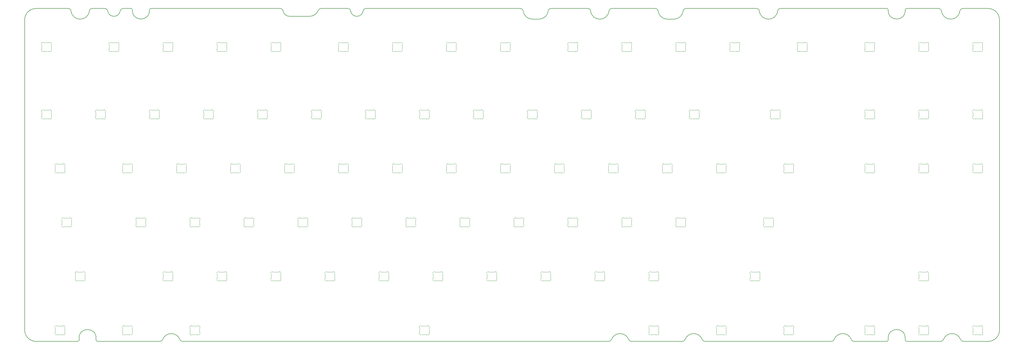
<source format=gbr>
%TF.GenerationSoftware,KiCad,Pcbnew,8.0.6*%
%TF.CreationDate,2025-04-02T20:39:07+07:00*%
%TF.ProjectId,Zellia80,5a656c6c-6961-4383-902e-6b696361645f,rev?*%
%TF.SameCoordinates,Original*%
%TF.FileFunction,Profile,NP*%
%FSLAX46Y46*%
G04 Gerber Fmt 4.6, Leading zero omitted, Abs format (unit mm)*
G04 Created by KiCad (PCBNEW 8.0.6) date 2025-04-02 20:39:07*
%MOMM*%
%LPD*%
G01*
G04 APERTURE LIST*
%TA.AperFunction,Profile*%
%ADD10C,0.200000*%
%TD*%
%TA.AperFunction,Profile*%
%ADD11C,0.100000*%
%TD*%
G04 APERTURE END LIST*
D10*
X219074700Y4746698D02*
G75*
G02*
X215847241Y7614576I0J3250001D01*
G01*
X225679469Y8497000D02*
X250574667Y8497000D01*
X206390873Y-108987000D02*
G75*
G02*
X205454701Y-108338654I27J1000099D01*
G01*
X224686405Y7614576D02*
G75*
G02*
X221458948Y4746641I-3227605J382223D01*
G01*
X316521510Y-108339826D02*
G75*
G02*
X322603489Y-108339824I3040990J-1146675D01*
G01*
X111757696Y7648463D02*
G75*
G02*
X112746159Y8496955I988504J-151564D01*
G01*
X322314977Y7614734D02*
G75*
G02*
X323255009Y8495849I993223J-117635D01*
G01*
X198491087Y7614576D02*
G75*
G02*
X192036173Y7614576I-3227457J379084D01*
G01*
X177061105Y7614576D02*
G75*
G02*
X173833648Y4746641I-3227605J382223D01*
G01*
X315585821Y-108987000D02*
X303537520Y-108987000D01*
X112746159Y8497000D02*
X167228878Y8497000D01*
X36337520Y7774980D02*
X36337519Y7997001D01*
X20602276Y8496999D02*
G75*
G02*
X21590325Y7650743I24J-999900D01*
G01*
X11512520Y-107787519D02*
X11512520Y-108487001D01*
X336313450Y4497000D02*
X336313451Y-104987000D01*
X85724698Y5746698D02*
X92877446Y5746999D01*
X26036876Y7650754D02*
G75*
G02*
X27024985Y8497000I988024J-153655D01*
G01*
X277010821Y-108987000D02*
X232354177Y-108987001D01*
X96853689Y8497000D02*
X106331101Y8497000D01*
X11012519Y-108987000D02*
X-3686549Y-108987000D01*
X-7686549Y4408000D02*
G75*
G02*
X-3597559Y8495997I4000439J87579D01*
G01*
X323539177Y-108987001D02*
G75*
G02*
X322603508Y-108339818I23J1000000D01*
G01*
X95918023Y7849886D02*
G75*
G02*
X96853689Y8496980I935577J-352787D01*
G01*
X198437237Y-108982117D02*
X48036938Y-108987000D01*
X30337520Y7997000D02*
X30337520Y7774980D01*
X214854178Y8497000D02*
G75*
G02*
X215847242Y7614576I-178J-1000201D01*
G01*
X303537520Y-108987000D02*
G75*
G02*
X303037501Y-108487000I-20J499999D01*
G01*
X171449400Y4746698D02*
X173833648Y4746699D01*
X177061105Y7614576D02*
G75*
G02*
X178054169Y8497019I992995J-117477D01*
G01*
X224686405Y7614576D02*
G75*
G02*
X225679469Y8497019I992995J-117477D01*
G01*
X36337519Y7997001D02*
G75*
G02*
X36837520Y8496980I499981J-2D01*
G01*
X284964177Y-108987001D02*
G75*
G02*
X284028508Y-108339818I23J1000000D01*
G01*
X36837520Y8497000D02*
X82513346Y8497000D01*
X297037519Y7997002D02*
X297037520Y7774981D01*
X297037520Y-107787519D02*
G75*
G02*
X303037520Y-107787519I3000000J0D01*
G01*
X16127250Y8497000D02*
X20602276Y8496999D01*
X41019715Y-108339623D02*
G75*
G02*
X40083950Y-108986982I-935815J352722D01*
G01*
X11512520Y-108487001D02*
G75*
G02*
X11012519Y-108987021I-500020J0D01*
G01*
X85724698Y5746698D02*
G75*
G02*
X83501453Y7650752I2J2250001D01*
G01*
X7686137Y8496915D02*
G75*
G02*
X8679276Y7614512I63J-1000016D01*
G01*
X297037520Y-107787519D02*
X297037520Y-108487000D01*
X259015710Y8497000D02*
X296536657Y8497000D01*
X171449400Y4746698D02*
G75*
G02*
X168221941Y7614576I0J3250001D01*
G01*
X167228878Y8497000D02*
G75*
G02*
X168221942Y7614576I-178J-1000201D01*
G01*
X303536658Y8497000D02*
X314866978Y8496999D01*
X18012520Y-108987000D02*
G75*
G02*
X17512501Y-108487000I-20J499999D01*
G01*
X198491087Y7614576D02*
G75*
G02*
X199484151Y8497048I993113J-117577D01*
G01*
X27024985Y8497000D02*
X29837520Y8497000D01*
X225336510Y-108339826D02*
G75*
G02*
X224400821Y-108987020I-935710J352825D01*
G01*
X296537520Y-108987000D02*
X284964177Y-108987001D01*
X15134186Y7614576D02*
G75*
G02*
X16127250Y8497049I993114J-117577D01*
G01*
X95918023Y7849886D02*
G75*
G02*
X92877446Y5746989I-3040423J1146513D01*
G01*
X323255011Y8495803D02*
X332313450Y8496999D01*
X296536657Y8497000D02*
G75*
G02*
X297037502Y7997002I843J-500001D01*
G01*
X17512520Y-108487000D02*
X17512520Y-107787519D01*
X41019715Y-108339623D02*
G75*
G02*
X47101173Y-108339623I3040729J-1145835D01*
G01*
X-3686549Y-108987000D02*
G75*
G02*
X-7686499Y-104987000I-251J3999699D01*
G01*
X332313450Y8496999D02*
G75*
G02*
X336313500Y4497000I250J-3999800D01*
G01*
X322314977Y7614734D02*
G75*
G02*
X315860042Y7614573I-3227477J381965D01*
G01*
X277946510Y-108339826D02*
G75*
G02*
X277010821Y-108987020I-935710J352825D01*
G01*
X106331101Y8497000D02*
G75*
G02*
X107319564Y7648462I-1J-1000001D01*
G01*
X199372790Y-108334908D02*
G75*
G02*
X198437237Y-108982124I-935790J352907D01*
G01*
X15134186Y7614576D02*
G75*
G02*
X8679282Y7614512I-3227456J382133D01*
G01*
X303037520Y7774980D02*
G75*
G02*
X297037480Y7774981I-3000020J19D01*
G01*
X199484151Y8497000D02*
X214854178Y8497000D01*
X336313451Y-104987000D02*
G75*
G02*
X332313450Y-108986952I-3999651J-301D01*
G01*
X48036938Y-108987000D02*
G75*
G02*
X47101200Y-108339613I-38J999899D01*
G01*
X219074700Y4746698D02*
X221458948Y4746699D01*
X178054169Y8497000D02*
X191043109Y8496999D01*
X36337520Y7774980D02*
G75*
G02*
X30337520Y7774980I-3000000J0D01*
G01*
X191043109Y8496999D02*
G75*
G02*
X192036164Y7614575I-9J-1000000D01*
G01*
X224400821Y-108987000D02*
X206390873Y-108987000D01*
X303037520Y-108487000D02*
X303037520Y-107787519D01*
X277946510Y-108339826D02*
G75*
G02*
X284028489Y-108339824I3040990J-1146675D01*
G01*
X297037520Y-108487000D02*
G75*
G02*
X296537520Y-108987021I-500020J-1D01*
G01*
X40083950Y-108987000D02*
X18012520Y-108987000D01*
X303037520Y7774980D02*
X303037519Y7997001D01*
X303037519Y7997001D02*
G75*
G02*
X303536658Y8496979I499981J-2D01*
G01*
X199372790Y-108334908D02*
G75*
G02*
X205454805Y-108338615I3040310J-1146193D01*
G01*
X11512520Y-107787519D02*
G75*
G02*
X17512520Y-107787519I3000000J0D01*
G01*
X29837520Y8497000D02*
G75*
G02*
X30337501Y7997000I-20J-500001D01*
G01*
X314866978Y8496999D02*
G75*
G02*
X315860064Y7614576I22J-1000000D01*
G01*
X258022646Y7614576D02*
G75*
G02*
X251567732Y7614576I-3227457J382124D01*
G01*
X82513346Y8497000D02*
G75*
G02*
X83501495Y7650759I-46J-1000101D01*
G01*
X-7686549Y-104987000D02*
X-7686549Y4408000D01*
X-3597559Y8496000D02*
X7686137Y8496915D01*
X111757696Y7648463D02*
G75*
G02*
X107319506Y7648453I-2219096J340036D01*
G01*
X258022646Y7614576D02*
G75*
G02*
X259015710Y8496989I993054J-117577D01*
G01*
X225336510Y-108339826D02*
G75*
G02*
X231418489Y-108339824I3040990J-1146675D01*
G01*
X332313450Y-108987000D02*
X323539177Y-108987001D01*
X232354177Y-108987001D02*
G75*
G02*
X231418447Y-108339840I23J1000100D01*
G01*
X316521510Y-108339826D02*
G75*
G02*
X315585821Y-108987020I-935710J352825D01*
G01*
X250574667Y8497000D02*
G75*
G02*
X251567677Y7614570I33J-999901D01*
G01*
X26036876Y7650754D02*
G75*
G02*
X21590384Y7650752I-2223246J345935D01*
G01*
D11*
%TO.C,RGBF5*%
X74500001Y-29595342D02*
X74500001Y-28189658D01*
X75405548Y-27392500D02*
X76994452Y-27392500D01*
X76994452Y-30392499D02*
X75405547Y-30392499D01*
X77899999Y-28189658D02*
X77899999Y-29595342D01*
X74450516Y-27972780D02*
G75*
G02*
X74500001Y-28189658I-450505J-216876D01*
G01*
X74450516Y-27972781D02*
G75*
G02*
X75153289Y-27324201I450514J216880D01*
G01*
X74500001Y-29595343D02*
G75*
G02*
X74450516Y-29812220I-499990J-1D01*
G01*
X75153289Y-30460798D02*
G75*
G02*
X74450517Y-29812220I-252258J431700D01*
G01*
X75153289Y-30460798D02*
G75*
G02*
X75405547Y-30392499I252261J-431710D01*
G01*
X75405548Y-27392500D02*
G75*
G02*
X75153289Y-27324201I2J500009D01*
G01*
X76994453Y-30392500D02*
G75*
G02*
X77246711Y-30460799I-3J-500010D01*
G01*
X77246710Y-27324201D02*
G75*
G02*
X76994452Y-27392499I-252260J431711D01*
G01*
X77246711Y-27324203D02*
G75*
G02*
X77949481Y-27972779I252259J-431697D01*
G01*
X77899999Y-28189657D02*
G75*
G02*
X77949482Y-27972779I499981J7D01*
G01*
X77949484Y-29812220D02*
G75*
G02*
X77246710Y-30460800I-450514J-216880D01*
G01*
X77949484Y-29812220D02*
G75*
G02*
X77899999Y-29595342I449816J216720D01*
G01*
%TO.C,RGBF13*%
X226900001Y-29595342D02*
X226900001Y-28189658D01*
X227805548Y-27392500D02*
X229394452Y-27392500D01*
X229394452Y-30392499D02*
X227805547Y-30392499D01*
X230299999Y-28189658D02*
X230299999Y-29595342D01*
X226850516Y-27972780D02*
G75*
G02*
X226900001Y-28189658I-450505J-216876D01*
G01*
X226850516Y-27972781D02*
G75*
G02*
X227553289Y-27324201I450514J216880D01*
G01*
X226900001Y-29595343D02*
G75*
G02*
X226850516Y-29812220I-499990J-1D01*
G01*
X227553289Y-30460798D02*
G75*
G02*
X226850517Y-29812220I-252258J431700D01*
G01*
X227553289Y-30460798D02*
G75*
G02*
X227805547Y-30392499I252261J-431710D01*
G01*
X227805548Y-27392500D02*
G75*
G02*
X227553289Y-27324201I2J500009D01*
G01*
X229394453Y-30392500D02*
G75*
G02*
X229646711Y-30460799I-3J-500010D01*
G01*
X229646710Y-27324201D02*
G75*
G02*
X229394452Y-27392499I-252260J431711D01*
G01*
X229646711Y-27324203D02*
G75*
G02*
X230349481Y-27972779I252259J-431697D01*
G01*
X230299999Y-28189657D02*
G75*
G02*
X230349482Y-27972779I499981J7D01*
G01*
X230349484Y-29812220D02*
G75*
G02*
X229646710Y-30460800I-450514J-216880D01*
G01*
X230349484Y-29812220D02*
G75*
G02*
X230299999Y-29595342I449816J216720D01*
G01*
%TO.C,RGB16*%
X-1699999Y-5782841D02*
X-1699999Y-4377157D01*
X-794452Y-3580000D02*
X794453Y-3580000D01*
X794452Y-6579999D02*
X-794452Y-6579999D01*
X1699999Y-4377157D02*
X1699999Y-5782841D01*
X-1749484Y-4160279D02*
G75*
G02*
X-1699999Y-4377157I-450505J-216876D01*
G01*
X-1749484Y-4160279D02*
G75*
G02*
X-1046711Y-3511700I450515J216878D01*
G01*
X-1699999Y-5782842D02*
G75*
G02*
X-1749484Y-5999719I-499990J-1D01*
G01*
X-1046711Y-6648296D02*
G75*
G02*
X-1749484Y-5999719I-252258J431700D01*
G01*
X-1046710Y-6648298D02*
G75*
G02*
X-794452Y-6579999I252261J-431710D01*
G01*
X-794453Y-3579999D02*
G75*
G02*
X-1046711Y-3511700I3J500009D01*
G01*
X794452Y-6579999D02*
G75*
G02*
X1046711Y-6648298I-2J-500011D01*
G01*
X1046711Y-3511701D02*
G75*
G02*
X794453Y-3580000I-252261J431711D01*
G01*
X1046711Y-3511701D02*
G75*
G02*
X1749483Y-4160279I252259J-431699D01*
G01*
X1699999Y-4377156D02*
G75*
G02*
X1749486Y-4160280I499901J16D01*
G01*
X1749484Y-5999718D02*
G75*
G02*
X1046711Y-6648298I-450514J-216880D01*
G01*
X1749484Y-5999719D02*
G75*
G02*
X1699985Y-5782841I450116J216819D01*
G01*
%TO.C,RGB34*%
X326912501Y-48645341D02*
X326912501Y-47239657D01*
X327818048Y-46442500D02*
X329406953Y-46442500D01*
X329406952Y-49442499D02*
X327818048Y-49442499D01*
X330312499Y-47239657D02*
X330312499Y-48645341D01*
X326863016Y-47022779D02*
G75*
G02*
X326912501Y-47239657I-450505J-216876D01*
G01*
X326863016Y-47022779D02*
G75*
G02*
X327565789Y-46374200I450515J216878D01*
G01*
X326912501Y-48645342D02*
G75*
G02*
X326863016Y-48862219I-499990J-1D01*
G01*
X327565789Y-49510796D02*
G75*
G02*
X326863016Y-48862219I-252258J431700D01*
G01*
X327565790Y-49510798D02*
G75*
G02*
X327818048Y-49442499I252261J-431710D01*
G01*
X327818047Y-46442499D02*
G75*
G02*
X327565789Y-46374200I3J500009D01*
G01*
X329406952Y-49442499D02*
G75*
G02*
X329659211Y-49510798I-2J-500011D01*
G01*
X329659211Y-46374201D02*
G75*
G02*
X329406953Y-46442500I-252261J431711D01*
G01*
X329659211Y-46374201D02*
G75*
G02*
X330361983Y-47022779I252259J-431699D01*
G01*
X330312499Y-47239656D02*
G75*
G02*
X330361986Y-47022780I499901J16D01*
G01*
X330361984Y-48862218D02*
G75*
G02*
X329659211Y-49510798I-450514J-216880D01*
G01*
X330361984Y-48862219D02*
G75*
G02*
X330312485Y-48645341I450116J216819D01*
G01*
%TO.C,RGBF7*%
X112600001Y-29595342D02*
X112600001Y-28189658D01*
X113505548Y-27392500D02*
X115094452Y-27392500D01*
X115094452Y-30392499D02*
X113505547Y-30392499D01*
X115999999Y-28189658D02*
X115999999Y-29595342D01*
X112550516Y-27972780D02*
G75*
G02*
X112600001Y-28189658I-450505J-216876D01*
G01*
X112550516Y-27972781D02*
G75*
G02*
X113253289Y-27324201I450514J216880D01*
G01*
X112600001Y-29595343D02*
G75*
G02*
X112550516Y-29812220I-499990J-1D01*
G01*
X113253289Y-30460798D02*
G75*
G02*
X112550517Y-29812220I-252258J431700D01*
G01*
X113253289Y-30460798D02*
G75*
G02*
X113505547Y-30392499I252261J-431710D01*
G01*
X113505548Y-27392500D02*
G75*
G02*
X113253289Y-27324201I2J500009D01*
G01*
X115094453Y-30392500D02*
G75*
G02*
X115346711Y-30460799I-3J-500010D01*
G01*
X115346710Y-27324201D02*
G75*
G02*
X115094452Y-27392499I-252260J431711D01*
G01*
X115346711Y-27324203D02*
G75*
G02*
X116049481Y-27972779I252259J-431697D01*
G01*
X115999999Y-28189657D02*
G75*
G02*
X116049482Y-27972779I499981J7D01*
G01*
X116049484Y-29812220D02*
G75*
G02*
X115346710Y-30460800I-450514J-216880D01*
G01*
X116049484Y-29812220D02*
G75*
G02*
X115999999Y-29595342I449816J216720D01*
G01*
%TO.C,RGBF24*%
X126887501Y-67695342D02*
X126887501Y-66289658D01*
X127793048Y-65492500D02*
X129381952Y-65492500D01*
X129381952Y-68492499D02*
X127793047Y-68492499D01*
X130287499Y-66289658D02*
X130287499Y-67695342D01*
X126838016Y-66072780D02*
G75*
G02*
X126887501Y-66289658I-450505J-216876D01*
G01*
X126838016Y-66072781D02*
G75*
G02*
X127540789Y-65424201I450514J216880D01*
G01*
X126887501Y-67695343D02*
G75*
G02*
X126838016Y-67912220I-499990J-1D01*
G01*
X127540789Y-68560798D02*
G75*
G02*
X126838016Y-67912220I-252258J431701D01*
G01*
X127540789Y-68560798D02*
G75*
G02*
X127793047Y-68492499I252261J-431710D01*
G01*
X127793048Y-65492500D02*
G75*
G02*
X127540789Y-65424201I2J500009D01*
G01*
X129381953Y-68492500D02*
G75*
G02*
X129634211Y-68560799I-3J-500010D01*
G01*
X129634210Y-65424201D02*
G75*
G02*
X129381952Y-65492499I-252260J431711D01*
G01*
X129634211Y-65424203D02*
G75*
G02*
X130336981Y-66072779I252259J-431697D01*
G01*
X130287499Y-66289657D02*
G75*
G02*
X130336982Y-66072779I500031J-3D01*
G01*
X130336984Y-67912220D02*
G75*
G02*
X129634210Y-68560800I-450514J-216880D01*
G01*
X130336984Y-67912220D02*
G75*
G02*
X130287499Y-67695342I449816J216720D01*
G01*
%TO.C,RGB48*%
X10206251Y-86745341D02*
X10206251Y-85339657D01*
X11111798Y-84542500D02*
X12700703Y-84542500D01*
X12700702Y-87542499D02*
X11111798Y-87542499D01*
X13606249Y-85339657D02*
X13606249Y-86745341D01*
X10156766Y-85122779D02*
G75*
G02*
X10206251Y-85339657I-450505J-216876D01*
G01*
X10156766Y-85122779D02*
G75*
G02*
X10859539Y-84474200I450515J216878D01*
G01*
X10206251Y-86745342D02*
G75*
G02*
X10156766Y-86962219I-499990J-1D01*
G01*
X10859539Y-87610796D02*
G75*
G02*
X10156766Y-86962219I-252258J431700D01*
G01*
X10859540Y-87610798D02*
G75*
G02*
X11111798Y-87542499I252261J-431710D01*
G01*
X11111797Y-84542499D02*
G75*
G02*
X10859539Y-84474200I3J500009D01*
G01*
X12700702Y-87542499D02*
G75*
G02*
X12952961Y-87610798I-2J-500011D01*
G01*
X12952961Y-84474201D02*
G75*
G02*
X12700703Y-84542500I-252261J431711D01*
G01*
X12952961Y-84474201D02*
G75*
G02*
X13655733Y-85122779I252259J-431699D01*
G01*
X13606249Y-85339656D02*
G75*
G02*
X13655732Y-85122778I499941J16D01*
G01*
X13655734Y-86962218D02*
G75*
G02*
X12952961Y-87610798I-450514J-216880D01*
G01*
X13655734Y-86962219D02*
G75*
G02*
X13606259Y-86745341I449916J216719D01*
G01*
%TO.C,RGB21*%
X103075001Y-48645341D02*
X103075001Y-47239657D01*
X103980548Y-46442500D02*
X105569453Y-46442500D01*
X105569452Y-49442499D02*
X103980548Y-49442499D01*
X106474999Y-47239657D02*
X106474999Y-48645341D01*
X103025516Y-47022779D02*
G75*
G02*
X103075001Y-47239657I-450505J-216876D01*
G01*
X103025516Y-47022779D02*
G75*
G02*
X103728289Y-46374200I450515J216878D01*
G01*
X103075001Y-48645342D02*
G75*
G02*
X103025516Y-48862219I-499990J-1D01*
G01*
X103728289Y-49510796D02*
G75*
G02*
X103025516Y-48862219I-252258J431700D01*
G01*
X103728290Y-49510798D02*
G75*
G02*
X103980548Y-49442499I252261J-431710D01*
G01*
X103980547Y-46442499D02*
G75*
G02*
X103728289Y-46374200I3J500009D01*
G01*
X105569452Y-49442499D02*
G75*
G02*
X105821711Y-49510798I-2J-500011D01*
G01*
X105821711Y-46374201D02*
G75*
G02*
X105569453Y-46442500I-252261J431711D01*
G01*
X105821711Y-46374201D02*
G75*
G02*
X106524483Y-47022779I252259J-431699D01*
G01*
X106474999Y-47239656D02*
G75*
G02*
X106524486Y-47022780I499901J16D01*
G01*
X106524484Y-48862218D02*
G75*
G02*
X105821711Y-49510798I-450514J-216880D01*
G01*
X106524484Y-48862219D02*
G75*
G02*
X106474985Y-48645341I450116J216819D01*
G01*
%TO.C,RGB28*%
X198325001Y-48645341D02*
X198325001Y-47239657D01*
X199230548Y-46442500D02*
X200819453Y-46442500D01*
X200819452Y-49442499D02*
X199230548Y-49442499D01*
X201724999Y-47239657D02*
X201724999Y-48645341D01*
X198275516Y-47022779D02*
G75*
G02*
X198325001Y-47239657I-450505J-216876D01*
G01*
X198275516Y-47022779D02*
G75*
G02*
X198978289Y-46374200I450515J216878D01*
G01*
X198325001Y-48645342D02*
G75*
G02*
X198275516Y-48862219I-499990J-1D01*
G01*
X198978289Y-49510796D02*
G75*
G02*
X198275516Y-48862219I-252258J431700D01*
G01*
X198978290Y-49510798D02*
G75*
G02*
X199230548Y-49442499I252261J-431710D01*
G01*
X199230547Y-46442499D02*
G75*
G02*
X198978289Y-46374200I3J500009D01*
G01*
X200819452Y-49442499D02*
G75*
G02*
X201071711Y-49510798I-2J-500011D01*
G01*
X201071711Y-46374201D02*
G75*
G02*
X200819453Y-46442500I-252261J431711D01*
G01*
X201071711Y-46374201D02*
G75*
G02*
X201774483Y-47022779I252259J-431699D01*
G01*
X201724999Y-47239656D02*
G75*
G02*
X201774486Y-47022780I499901J16D01*
G01*
X201774484Y-48862218D02*
G75*
G02*
X201071711Y-49510798I-450514J-216880D01*
G01*
X201774484Y-48862219D02*
G75*
G02*
X201724985Y-48645341I450116J216819D01*
G01*
%TO.C,RGB42*%
X136412501Y-86745341D02*
X136412501Y-85339657D01*
X137318048Y-84542500D02*
X138906953Y-84542500D01*
X138906952Y-87542499D02*
X137318048Y-87542499D01*
X139812499Y-85339657D02*
X139812499Y-86745341D01*
X136363016Y-85122779D02*
G75*
G02*
X136412501Y-85339657I-450505J-216876D01*
G01*
X136363016Y-85122779D02*
G75*
G02*
X137065789Y-84474200I450515J216878D01*
G01*
X136412501Y-86745342D02*
G75*
G02*
X136363016Y-86962219I-499990J-1D01*
G01*
X137065789Y-87610796D02*
G75*
G02*
X136363016Y-86962219I-252258J431700D01*
G01*
X137065790Y-87610798D02*
G75*
G02*
X137318048Y-87542499I252261J-431710D01*
G01*
X137318047Y-84542499D02*
G75*
G02*
X137065789Y-84474200I3J500009D01*
G01*
X138906952Y-87542499D02*
G75*
G02*
X139159211Y-87610798I-2J-500011D01*
G01*
X139159211Y-84474201D02*
G75*
G02*
X138906953Y-84542500I-252261J431711D01*
G01*
X139159211Y-84474201D02*
G75*
G02*
X139861983Y-85122779I252259J-431699D01*
G01*
X139812499Y-85339656D02*
G75*
G02*
X139861982Y-85122778I499941J16D01*
G01*
X139861984Y-86962218D02*
G75*
G02*
X139159211Y-87610798I-450514J-216880D01*
G01*
X139861984Y-86962219D02*
G75*
G02*
X139812509Y-86745341I449916J216719D01*
G01*
%TO.C,RGB31*%
X260237501Y-48645341D02*
X260237501Y-47239657D01*
X261143048Y-46442500D02*
X262731953Y-46442500D01*
X262731952Y-49442499D02*
X261143048Y-49442499D01*
X263637499Y-47239657D02*
X263637499Y-48645341D01*
X260188016Y-47022779D02*
G75*
G02*
X260237501Y-47239657I-450505J-216876D01*
G01*
X260188016Y-47022779D02*
G75*
G02*
X260890789Y-46374200I450515J216878D01*
G01*
X260237501Y-48645342D02*
G75*
G02*
X260188016Y-48862219I-499990J-1D01*
G01*
X260890789Y-49510796D02*
G75*
G02*
X260188016Y-48862219I-252258J431700D01*
G01*
X260890790Y-49510798D02*
G75*
G02*
X261143048Y-49442499I252261J-431710D01*
G01*
X261143047Y-46442499D02*
G75*
G02*
X260890789Y-46374200I3J500009D01*
G01*
X262731952Y-49442499D02*
G75*
G02*
X262984211Y-49510798I-2J-500011D01*
G01*
X262984211Y-46374201D02*
G75*
G02*
X262731953Y-46442500I-252261J431711D01*
G01*
X262984211Y-46374201D02*
G75*
G02*
X263686983Y-47022779I252259J-431699D01*
G01*
X263637499Y-47239656D02*
G75*
G02*
X263686986Y-47022780I499901J16D01*
G01*
X263686984Y-48862218D02*
G75*
G02*
X262984211Y-49510798I-450514J-216880D01*
G01*
X263686984Y-48862219D02*
G75*
G02*
X263637485Y-48645341I450116J216819D01*
G01*
%TO.C,RGBF33*%
X326912501Y-105795342D02*
X326912501Y-104389658D01*
X327818048Y-103592500D02*
X329406952Y-103592500D01*
X329406952Y-106592499D02*
X327818047Y-106592499D01*
X330312499Y-104389658D02*
X330312499Y-105795342D01*
X326863016Y-104172780D02*
G75*
G02*
X326912501Y-104389658I-450505J-216876D01*
G01*
X326863016Y-104172781D02*
G75*
G02*
X327565789Y-103524201I450514J216880D01*
G01*
X326912501Y-105795343D02*
G75*
G02*
X326863016Y-106012220I-499990J-1D01*
G01*
X327565789Y-106660798D02*
G75*
G02*
X326863016Y-106012220I-252258J431701D01*
G01*
X327565789Y-106660798D02*
G75*
G02*
X327818047Y-106592499I252261J-431710D01*
G01*
X327818048Y-103592500D02*
G75*
G02*
X327565789Y-103524201I2J500009D01*
G01*
X329406953Y-106592500D02*
G75*
G02*
X329659211Y-106660799I-3J-500010D01*
G01*
X329659210Y-103524201D02*
G75*
G02*
X329406952Y-103592499I-252260J431711D01*
G01*
X329659211Y-103524203D02*
G75*
G02*
X330361981Y-104172779I252259J-431697D01*
G01*
X330312499Y-104389657D02*
G75*
G02*
X330361986Y-104172781I499941J7D01*
G01*
X330361984Y-106012220D02*
G75*
G02*
X329659210Y-106660800I-450514J-216880D01*
G01*
X330361984Y-106012220D02*
G75*
G02*
X330312499Y-105795342I449816J216720D01*
G01*
%TO.C,RGBF34*%
X212612501Y-105795342D02*
X212612501Y-104389658D01*
X213518048Y-103592500D02*
X215106952Y-103592500D01*
X215106952Y-106592499D02*
X213518047Y-106592499D01*
X216012499Y-104389658D02*
X216012499Y-105795342D01*
X212563016Y-104172780D02*
G75*
G02*
X212612501Y-104389658I-450505J-216876D01*
G01*
X212563016Y-104172781D02*
G75*
G02*
X213265789Y-103524201I450514J216880D01*
G01*
X212612501Y-105795343D02*
G75*
G02*
X212563016Y-106012220I-499990J-1D01*
G01*
X213265789Y-106660798D02*
G75*
G02*
X212563016Y-106012220I-252258J431701D01*
G01*
X213265789Y-106660798D02*
G75*
G02*
X213518047Y-106592499I252261J-431710D01*
G01*
X213518048Y-103592500D02*
G75*
G02*
X213265789Y-103524201I2J500009D01*
G01*
X215106953Y-106592500D02*
G75*
G02*
X215359211Y-106660799I-3J-500010D01*
G01*
X215359210Y-103524201D02*
G75*
G02*
X215106952Y-103592499I-252260J431711D01*
G01*
X215359211Y-103524203D02*
G75*
G02*
X216061981Y-104172779I252259J-431697D01*
G01*
X216012499Y-104389657D02*
G75*
G02*
X216061986Y-104172781I499941J7D01*
G01*
X216061984Y-106012220D02*
G75*
G02*
X215359210Y-106660800I-450514J-216880D01*
G01*
X216061984Y-106012220D02*
G75*
G02*
X216012499Y-105795342I449816J216720D01*
G01*
%TO.C,RGB37*%
X248331251Y-86745341D02*
X248331251Y-85339657D01*
X249236798Y-84542500D02*
X250825703Y-84542500D01*
X250825702Y-87542499D02*
X249236798Y-87542499D01*
X251731249Y-85339657D02*
X251731249Y-86745341D01*
X248281766Y-85122779D02*
G75*
G02*
X248331251Y-85339657I-450505J-216876D01*
G01*
X248281766Y-85122779D02*
G75*
G02*
X248984539Y-84474200I450515J216878D01*
G01*
X248331251Y-86745342D02*
G75*
G02*
X248281766Y-86962219I-499990J-1D01*
G01*
X248984539Y-87610796D02*
G75*
G02*
X248281766Y-86962219I-252258J431700D01*
G01*
X248984540Y-87610798D02*
G75*
G02*
X249236798Y-87542499I252261J-431710D01*
G01*
X249236797Y-84542499D02*
G75*
G02*
X248984539Y-84474200I3J500009D01*
G01*
X250825702Y-87542499D02*
G75*
G02*
X251077961Y-87610798I-2J-500011D01*
G01*
X251077961Y-84474201D02*
G75*
G02*
X250825703Y-84542500I-252261J431711D01*
G01*
X251077961Y-84474201D02*
G75*
G02*
X251780733Y-85122779I252259J-431699D01*
G01*
X251731249Y-85339656D02*
G75*
G02*
X251780732Y-85122778I499941J16D01*
G01*
X251780734Y-86962218D02*
G75*
G02*
X251077961Y-87610798I-450514J-216880D01*
G01*
X251780734Y-86962219D02*
G75*
G02*
X251731259Y-86745341I449916J216719D01*
G01*
%TO.C,RGBF32*%
X307862501Y-105795342D02*
X307862501Y-104389658D01*
X308768048Y-103592500D02*
X310356952Y-103592500D01*
X310356952Y-106592499D02*
X308768047Y-106592499D01*
X311262499Y-104389658D02*
X311262499Y-105795342D01*
X307813016Y-104172780D02*
G75*
G02*
X307862501Y-104389658I-450505J-216876D01*
G01*
X307813016Y-104172781D02*
G75*
G02*
X308515789Y-103524201I450514J216880D01*
G01*
X307862501Y-105795343D02*
G75*
G02*
X307813016Y-106012220I-499990J-1D01*
G01*
X308515789Y-106660798D02*
G75*
G02*
X307813016Y-106012220I-252258J431701D01*
G01*
X308515789Y-106660798D02*
G75*
G02*
X308768047Y-106592499I252261J-431710D01*
G01*
X308768048Y-103592500D02*
G75*
G02*
X308515789Y-103524201I2J500009D01*
G01*
X310356953Y-106592500D02*
G75*
G02*
X310609211Y-106660799I-3J-500010D01*
G01*
X310609210Y-103524201D02*
G75*
G02*
X310356952Y-103592499I-252260J431711D01*
G01*
X310609211Y-103524203D02*
G75*
G02*
X311311981Y-104172779I252259J-431697D01*
G01*
X311262499Y-104389657D02*
G75*
G02*
X311311986Y-104172781I499941J7D01*
G01*
X311311984Y-106012220D02*
G75*
G02*
X310609210Y-106660800I-450514J-216880D01*
G01*
X311311984Y-106012220D02*
G75*
G02*
X311262499Y-105795342I449816J216720D01*
G01*
%TO.C,RGB15*%
X103075001Y-5782841D02*
X103075001Y-4377157D01*
X103980548Y-3580000D02*
X105569453Y-3580000D01*
X105569452Y-6579999D02*
X103980548Y-6579999D01*
X106474999Y-4377157D02*
X106474999Y-5782841D01*
X103025516Y-4160279D02*
G75*
G02*
X103075001Y-4377157I-450505J-216876D01*
G01*
X103025516Y-4160279D02*
G75*
G02*
X103728289Y-3511700I450515J216878D01*
G01*
X103075001Y-5782842D02*
G75*
G02*
X103025516Y-5999719I-499990J-1D01*
G01*
X103728289Y-6648296D02*
G75*
G02*
X103025516Y-5999719I-252258J431700D01*
G01*
X103728290Y-6648298D02*
G75*
G02*
X103980548Y-6579999I252261J-431710D01*
G01*
X103980547Y-3579999D02*
G75*
G02*
X103728289Y-3511700I3J500009D01*
G01*
X105569452Y-6579999D02*
G75*
G02*
X105821711Y-6648298I-2J-500011D01*
G01*
X105821711Y-3511701D02*
G75*
G02*
X105569453Y-3580000I-252261J431711D01*
G01*
X105821711Y-3511701D02*
G75*
G02*
X106524483Y-4160279I252259J-431699D01*
G01*
X106474999Y-4377156D02*
G75*
G02*
X106524486Y-4160280I499901J16D01*
G01*
X106524484Y-5999718D02*
G75*
G02*
X105821711Y-6648298I-450514J-216880D01*
G01*
X106524484Y-5999719D02*
G75*
G02*
X106474985Y-5782841I450116J216819D01*
G01*
%TO.C,RGBF26*%
X164987501Y-67695342D02*
X164987501Y-66289658D01*
X165893048Y-65492500D02*
X167481952Y-65492500D01*
X167481952Y-68492499D02*
X165893047Y-68492499D01*
X168387499Y-66289658D02*
X168387499Y-67695342D01*
X164938016Y-66072780D02*
G75*
G02*
X164987501Y-66289658I-450505J-216876D01*
G01*
X164938016Y-66072781D02*
G75*
G02*
X165640789Y-65424201I450514J216880D01*
G01*
X164987501Y-67695343D02*
G75*
G02*
X164938016Y-67912220I-499990J-1D01*
G01*
X165640789Y-68560798D02*
G75*
G02*
X164938016Y-67912220I-252258J431701D01*
G01*
X165640789Y-68560798D02*
G75*
G02*
X165893047Y-68492499I252261J-431710D01*
G01*
X165893048Y-65492500D02*
G75*
G02*
X165640789Y-65424201I2J500009D01*
G01*
X167481953Y-68492500D02*
G75*
G02*
X167734211Y-68560799I-3J-500010D01*
G01*
X167734210Y-65424201D02*
G75*
G02*
X167481952Y-65492499I-252260J431711D01*
G01*
X167734211Y-65424203D02*
G75*
G02*
X168436981Y-66072779I252259J-431697D01*
G01*
X168387499Y-66289657D02*
G75*
G02*
X168436982Y-66072779I500031J-3D01*
G01*
X168436984Y-67912220D02*
G75*
G02*
X167734210Y-68560800I-450514J-216880D01*
G01*
X168436984Y-67912220D02*
G75*
G02*
X168387499Y-67695342I449816J216720D01*
G01*
%TO.C,RGB23*%
X141175001Y-48645341D02*
X141175001Y-47239657D01*
X142080548Y-46442500D02*
X143669453Y-46442500D01*
X143669452Y-49442499D02*
X142080548Y-49442499D01*
X144574999Y-47239657D02*
X144574999Y-48645341D01*
X141125516Y-47022779D02*
G75*
G02*
X141175001Y-47239657I-450505J-216876D01*
G01*
X141125516Y-47022779D02*
G75*
G02*
X141828289Y-46374200I450515J216878D01*
G01*
X141175001Y-48645342D02*
G75*
G02*
X141125516Y-48862219I-499990J-1D01*
G01*
X141828289Y-49510796D02*
G75*
G02*
X141125516Y-48862219I-252258J431700D01*
G01*
X141828290Y-49510798D02*
G75*
G02*
X142080548Y-49442499I252261J-431710D01*
G01*
X142080547Y-46442499D02*
G75*
G02*
X141828289Y-46374200I3J500009D01*
G01*
X143669452Y-49442499D02*
G75*
G02*
X143921711Y-49510798I-2J-500011D01*
G01*
X143921711Y-46374201D02*
G75*
G02*
X143669453Y-46442500I-252261J431711D01*
G01*
X143921711Y-46374201D02*
G75*
G02*
X144624483Y-47022779I252259J-431699D01*
G01*
X144574999Y-47239656D02*
G75*
G02*
X144624486Y-47022780I499901J16D01*
G01*
X144624484Y-48862218D02*
G75*
G02*
X143921711Y-49510798I-450514J-216880D01*
G01*
X144624484Y-48862219D02*
G75*
G02*
X144574985Y-48645341I450116J216819D01*
G01*
%TO.C,RGB47*%
X41162501Y-86745341D02*
X41162501Y-85339657D01*
X42068048Y-84542500D02*
X43656953Y-84542500D01*
X43656952Y-87542499D02*
X42068048Y-87542499D01*
X44562499Y-85339657D02*
X44562499Y-86745341D01*
X41113016Y-85122779D02*
G75*
G02*
X41162501Y-85339657I-450505J-216876D01*
G01*
X41113016Y-85122779D02*
G75*
G02*
X41815789Y-84474200I450515J216878D01*
G01*
X41162501Y-86745342D02*
G75*
G02*
X41113016Y-86962219I-499990J-1D01*
G01*
X41815789Y-87610796D02*
G75*
G02*
X41113016Y-86962219I-252258J431700D01*
G01*
X41815790Y-87610798D02*
G75*
G02*
X42068048Y-87542499I252261J-431710D01*
G01*
X42068047Y-84542499D02*
G75*
G02*
X41815789Y-84474200I3J500009D01*
G01*
X43656952Y-87542499D02*
G75*
G02*
X43909211Y-87610798I-2J-500011D01*
G01*
X43909211Y-84474201D02*
G75*
G02*
X43656953Y-84542500I-252261J431711D01*
G01*
X43909211Y-84474201D02*
G75*
G02*
X44611983Y-85122779I252259J-431699D01*
G01*
X44562499Y-85339656D02*
G75*
G02*
X44611982Y-85122778I499941J16D01*
G01*
X44611984Y-86962218D02*
G75*
G02*
X43909211Y-87610798I-450514J-216880D01*
G01*
X44611984Y-86962219D02*
G75*
G02*
X44562509Y-86745341I449916J216719D01*
G01*
%TO.C,RGBF4*%
X55450001Y-29595342D02*
X55450001Y-28189658D01*
X56355548Y-27392500D02*
X57944452Y-27392500D01*
X57944452Y-30392499D02*
X56355547Y-30392499D01*
X58849999Y-28189658D02*
X58849999Y-29595342D01*
X55400516Y-27972780D02*
G75*
G02*
X55450001Y-28189658I-450505J-216876D01*
G01*
X55400516Y-27972781D02*
G75*
G02*
X56103289Y-27324201I450514J216880D01*
G01*
X55450001Y-29595343D02*
G75*
G02*
X55400516Y-29812220I-499990J-1D01*
G01*
X56103289Y-30460798D02*
G75*
G02*
X55400517Y-29812220I-252258J431700D01*
G01*
X56103289Y-30460798D02*
G75*
G02*
X56355547Y-30392499I252261J-431710D01*
G01*
X56355548Y-27392500D02*
G75*
G02*
X56103289Y-27324201I2J500009D01*
G01*
X57944453Y-30392500D02*
G75*
G02*
X58196711Y-30460799I-3J-500010D01*
G01*
X58196710Y-27324201D02*
G75*
G02*
X57944452Y-27392499I-252260J431711D01*
G01*
X58196711Y-27324203D02*
G75*
G02*
X58899481Y-27972779I252259J-431697D01*
G01*
X58849999Y-28189657D02*
G75*
G02*
X58899482Y-27972779I499981J7D01*
G01*
X58899484Y-29812220D02*
G75*
G02*
X58196710Y-30460800I-450514J-216880D01*
G01*
X58899484Y-29812220D02*
G75*
G02*
X58849999Y-29595342I449816J216720D01*
G01*
%TO.C,RGB36*%
X26875001Y-48645341D02*
X26875001Y-47239657D01*
X27780548Y-46442500D02*
X29369453Y-46442500D01*
X29369452Y-49442499D02*
X27780548Y-49442499D01*
X30274999Y-47239657D02*
X30274999Y-48645341D01*
X26825516Y-47022779D02*
G75*
G02*
X26875001Y-47239657I-450505J-216876D01*
G01*
X26825516Y-47022779D02*
G75*
G02*
X27528289Y-46374200I450515J216878D01*
G01*
X26875001Y-48645342D02*
G75*
G02*
X26825516Y-48862219I-499990J-1D01*
G01*
X27528289Y-49510796D02*
G75*
G02*
X26825516Y-48862219I-252258J431700D01*
G01*
X27528290Y-49510798D02*
G75*
G02*
X27780548Y-49442499I252261J-431710D01*
G01*
X27780547Y-46442499D02*
G75*
G02*
X27528289Y-46374200I3J500009D01*
G01*
X29369452Y-49442499D02*
G75*
G02*
X29621711Y-49510798I-2J-500011D01*
G01*
X29621711Y-46374201D02*
G75*
G02*
X29369453Y-46442500I-252261J431711D01*
G01*
X29621711Y-46374201D02*
G75*
G02*
X30324483Y-47022779I252259J-431699D01*
G01*
X30274999Y-47239656D02*
G75*
G02*
X30324482Y-47022778I499941J16D01*
G01*
X30324484Y-48862218D02*
G75*
G02*
X29621711Y-49510798I-450514J-216880D01*
G01*
X30324484Y-48862219D02*
G75*
G02*
X30275009Y-48645341I449916J216719D01*
G01*
%TO.C,RGB14*%
X79262501Y-5782841D02*
X79262501Y-4377157D01*
X80168048Y-3580000D02*
X81756953Y-3580000D01*
X81756952Y-6579999D02*
X80168048Y-6579999D01*
X82662499Y-4377157D02*
X82662499Y-5782841D01*
X79213016Y-4160279D02*
G75*
G02*
X79262501Y-4377157I-450505J-216876D01*
G01*
X79213016Y-4160279D02*
G75*
G02*
X79915789Y-3511700I450515J216878D01*
G01*
X79262501Y-5782842D02*
G75*
G02*
X79213016Y-5999719I-499990J-1D01*
G01*
X79915789Y-6648296D02*
G75*
G02*
X79213016Y-5999719I-252258J431700D01*
G01*
X79915790Y-6648298D02*
G75*
G02*
X80168048Y-6579999I252261J-431710D01*
G01*
X80168047Y-3579999D02*
G75*
G02*
X79915789Y-3511700I3J500009D01*
G01*
X81756952Y-6579999D02*
G75*
G02*
X82009211Y-6648298I-2J-500011D01*
G01*
X82009211Y-3511701D02*
G75*
G02*
X81756953Y-3580000I-252261J431711D01*
G01*
X82009211Y-3511701D02*
G75*
G02*
X82711983Y-4160279I252259J-431699D01*
G01*
X82662499Y-4377156D02*
G75*
G02*
X82711986Y-4160280I499901J16D01*
G01*
X82711984Y-5999718D02*
G75*
G02*
X82009211Y-6648298I-450514J-216880D01*
G01*
X82711984Y-5999719D02*
G75*
G02*
X82662485Y-5782841I450116J216819D01*
G01*
%TO.C,RGBF11*%
X188800001Y-29595342D02*
X188800001Y-28189658D01*
X189705548Y-27392500D02*
X191294452Y-27392500D01*
X191294452Y-30392499D02*
X189705547Y-30392499D01*
X192199999Y-28189658D02*
X192199999Y-29595342D01*
X188750516Y-27972780D02*
G75*
G02*
X188800001Y-28189658I-450505J-216876D01*
G01*
X188750516Y-27972781D02*
G75*
G02*
X189453289Y-27324201I450514J216880D01*
G01*
X188800001Y-29595343D02*
G75*
G02*
X188750516Y-29812220I-499990J-1D01*
G01*
X189453289Y-30460798D02*
G75*
G02*
X188750517Y-29812220I-252258J431700D01*
G01*
X189453289Y-30460798D02*
G75*
G02*
X189705547Y-30392499I252261J-431710D01*
G01*
X189705548Y-27392500D02*
G75*
G02*
X189453289Y-27324201I2J500009D01*
G01*
X191294453Y-30392500D02*
G75*
G02*
X191546711Y-30460799I-3J-500010D01*
G01*
X191546710Y-27324201D02*
G75*
G02*
X191294452Y-27392499I-252260J431711D01*
G01*
X191546711Y-27324203D02*
G75*
G02*
X192249481Y-27972779I252259J-431697D01*
G01*
X192199999Y-28189657D02*
G75*
G02*
X192249482Y-27972779I499981J7D01*
G01*
X192249484Y-29812220D02*
G75*
G02*
X191546710Y-30460800I-450514J-216880D01*
G01*
X192249484Y-29812220D02*
G75*
G02*
X192199999Y-29595342I449816J216720D01*
G01*
%TO.C,RGBF23*%
X107837501Y-67695342D02*
X107837501Y-66289658D01*
X108743048Y-65492500D02*
X110331952Y-65492500D01*
X110331952Y-68492499D02*
X108743047Y-68492499D01*
X111237499Y-66289658D02*
X111237499Y-67695342D01*
X107788016Y-66072780D02*
G75*
G02*
X107837501Y-66289658I-450505J-216876D01*
G01*
X107788016Y-66072781D02*
G75*
G02*
X108490789Y-65424201I450514J216880D01*
G01*
X107837501Y-67695343D02*
G75*
G02*
X107788016Y-67912220I-499990J-1D01*
G01*
X108490789Y-68560798D02*
G75*
G02*
X107788016Y-67912220I-252258J431701D01*
G01*
X108490789Y-68560798D02*
G75*
G02*
X108743047Y-68492499I252261J-431710D01*
G01*
X108743048Y-65492500D02*
G75*
G02*
X108490789Y-65424201I2J500009D01*
G01*
X110331953Y-68492500D02*
G75*
G02*
X110584211Y-68560799I-3J-500010D01*
G01*
X110584210Y-65424201D02*
G75*
G02*
X110331952Y-65492499I-252260J431711D01*
G01*
X110584211Y-65424203D02*
G75*
G02*
X111286981Y-66072779I252259J-431697D01*
G01*
X111237499Y-66289657D02*
G75*
G02*
X111286982Y-66072779I500031J-3D01*
G01*
X111286984Y-67912220D02*
G75*
G02*
X110584210Y-68560800I-450514J-216880D01*
G01*
X111286984Y-67912220D02*
G75*
G02*
X111237499Y-67695342I449816J216720D01*
G01*
%TO.C,RGBF39*%
X50687501Y-105795342D02*
X50687501Y-104389658D01*
X51593048Y-103592500D02*
X53181952Y-103592500D01*
X53181952Y-106592499D02*
X51593047Y-106592499D01*
X54087499Y-104389658D02*
X54087499Y-105795342D01*
X50638016Y-104172780D02*
G75*
G02*
X50687501Y-104389658I-450505J-216876D01*
G01*
X50638016Y-104172781D02*
G75*
G02*
X51340789Y-103524201I450514J216880D01*
G01*
X50687501Y-105795343D02*
G75*
G02*
X50638016Y-106012220I-499990J-1D01*
G01*
X51340789Y-106660798D02*
G75*
G02*
X50638016Y-106012220I-252258J431701D01*
G01*
X51340789Y-106660798D02*
G75*
G02*
X51593047Y-106592499I252261J-431710D01*
G01*
X51593048Y-103592500D02*
G75*
G02*
X51340789Y-103524201I2J500009D01*
G01*
X53181953Y-106592500D02*
G75*
G02*
X53434211Y-106660799I-3J-500010D01*
G01*
X53434210Y-103524201D02*
G75*
G02*
X53181952Y-103592499I-252260J431711D01*
G01*
X53434211Y-103524203D02*
G75*
G02*
X54136981Y-104172779I252259J-431697D01*
G01*
X54087499Y-104389657D02*
G75*
G02*
X54136986Y-104172781I499941J7D01*
G01*
X54136984Y-106012220D02*
G75*
G02*
X53434210Y-106660800I-450514J-216880D01*
G01*
X54136984Y-106012220D02*
G75*
G02*
X54087499Y-105795342I449816J216720D01*
G01*
%TO.C,RGBF27*%
X184037501Y-67695342D02*
X184037501Y-66289658D01*
X184943048Y-65492500D02*
X186531952Y-65492500D01*
X186531952Y-68492499D02*
X184943047Y-68492499D01*
X187437499Y-66289658D02*
X187437499Y-67695342D01*
X183988016Y-66072780D02*
G75*
G02*
X184037501Y-66289658I-450505J-216876D01*
G01*
X183988016Y-66072781D02*
G75*
G02*
X184690789Y-65424201I450514J216880D01*
G01*
X184037501Y-67695343D02*
G75*
G02*
X183988016Y-67912220I-499990J-1D01*
G01*
X184690789Y-68560798D02*
G75*
G02*
X183988016Y-67912220I-252258J431701D01*
G01*
X184690789Y-68560798D02*
G75*
G02*
X184943047Y-68492499I252261J-431710D01*
G01*
X184943048Y-65492500D02*
G75*
G02*
X184690789Y-65424201I2J500009D01*
G01*
X186531953Y-68492500D02*
G75*
G02*
X186784211Y-68560799I-3J-500010D01*
G01*
X186784210Y-65424201D02*
G75*
G02*
X186531952Y-65492499I-252260J431711D01*
G01*
X186784211Y-65424203D02*
G75*
G02*
X187486981Y-66072779I252259J-431697D01*
G01*
X187437499Y-66289657D02*
G75*
G02*
X187486982Y-66072779I500031J-3D01*
G01*
X187486984Y-67912220D02*
G75*
G02*
X186784210Y-68560800I-450514J-216880D01*
G01*
X187486984Y-67912220D02*
G75*
G02*
X187437499Y-67695342I449816J216720D01*
G01*
%TO.C,RGBF2*%
X17350001Y-29595342D02*
X17350001Y-28189658D01*
X18255548Y-27392500D02*
X19844452Y-27392500D01*
X19844452Y-30392499D02*
X18255547Y-30392499D01*
X20749999Y-28189658D02*
X20749999Y-29595342D01*
X17300516Y-27972780D02*
G75*
G02*
X17350001Y-28189658I-450505J-216876D01*
G01*
X17300516Y-27972781D02*
G75*
G02*
X18003289Y-27324201I450514J216880D01*
G01*
X17350001Y-29595343D02*
G75*
G02*
X17300516Y-29812220I-499990J-1D01*
G01*
X18003289Y-30460798D02*
G75*
G02*
X17300517Y-29812220I-252258J431700D01*
G01*
X18003289Y-30460798D02*
G75*
G02*
X18255547Y-30392499I252261J-431710D01*
G01*
X18255548Y-27392500D02*
G75*
G02*
X18003289Y-27324201I2J500009D01*
G01*
X19844453Y-30392500D02*
G75*
G02*
X20096711Y-30460799I-3J-500010D01*
G01*
X20096710Y-27324201D02*
G75*
G02*
X19844452Y-27392499I-252260J431711D01*
G01*
X20096711Y-27324203D02*
G75*
G02*
X20799481Y-27972779I252259J-431697D01*
G01*
X20749999Y-28189657D02*
G75*
G02*
X20799482Y-27972779I499981J7D01*
G01*
X20799484Y-29812220D02*
G75*
G02*
X20096710Y-30460800I-450514J-216880D01*
G01*
X20799484Y-29812220D02*
G75*
G02*
X20749999Y-29595342I449816J216720D01*
G01*
%TO.C,RGB40*%
X174512501Y-86745341D02*
X174512501Y-85339657D01*
X175418048Y-84542500D02*
X177006953Y-84542500D01*
X177006952Y-87542499D02*
X175418048Y-87542499D01*
X177912499Y-85339657D02*
X177912499Y-86745341D01*
X174463016Y-85122779D02*
G75*
G02*
X174512501Y-85339657I-450505J-216876D01*
G01*
X174463016Y-85122779D02*
G75*
G02*
X175165789Y-84474200I450515J216878D01*
G01*
X174512501Y-86745342D02*
G75*
G02*
X174463016Y-86962219I-499990J-1D01*
G01*
X175165789Y-87610796D02*
G75*
G02*
X174463016Y-86962219I-252258J431700D01*
G01*
X175165790Y-87610798D02*
G75*
G02*
X175418048Y-87542499I252261J-431710D01*
G01*
X175418047Y-84542499D02*
G75*
G02*
X175165789Y-84474200I3J500009D01*
G01*
X177006952Y-87542499D02*
G75*
G02*
X177259211Y-87610798I-2J-500011D01*
G01*
X177259211Y-84474201D02*
G75*
G02*
X177006953Y-84542500I-252261J431711D01*
G01*
X177259211Y-84474201D02*
G75*
G02*
X177961983Y-85122779I252259J-431699D01*
G01*
X177912499Y-85339656D02*
G75*
G02*
X177961982Y-85122778I499941J16D01*
G01*
X177961984Y-86962218D02*
G75*
G02*
X177259211Y-87610798I-450514J-216880D01*
G01*
X177961984Y-86962219D02*
G75*
G02*
X177912509Y-86745341I449916J216719D01*
G01*
%TO.C,RGB41*%
X155462501Y-86745341D02*
X155462501Y-85339657D01*
X156368048Y-84542500D02*
X157956953Y-84542500D01*
X157956952Y-87542499D02*
X156368048Y-87542499D01*
X158862499Y-85339657D02*
X158862499Y-86745341D01*
X155413016Y-85122779D02*
G75*
G02*
X155462501Y-85339657I-450505J-216876D01*
G01*
X155413016Y-85122779D02*
G75*
G02*
X156115789Y-84474200I450515J216878D01*
G01*
X155462501Y-86745342D02*
G75*
G02*
X155413016Y-86962219I-499990J-1D01*
G01*
X156115789Y-87610796D02*
G75*
G02*
X155413016Y-86962219I-252258J431700D01*
G01*
X156115790Y-87610798D02*
G75*
G02*
X156368048Y-87542499I252261J-431710D01*
G01*
X156368047Y-84542499D02*
G75*
G02*
X156115789Y-84474200I3J500009D01*
G01*
X157956952Y-87542499D02*
G75*
G02*
X158209211Y-87610798I-2J-500011D01*
G01*
X158209211Y-84474201D02*
G75*
G02*
X157956953Y-84542500I-252261J431711D01*
G01*
X158209211Y-84474201D02*
G75*
G02*
X158911983Y-85122779I252259J-431699D01*
G01*
X158862499Y-85339656D02*
G75*
G02*
X158911982Y-85122778I499941J16D01*
G01*
X158911984Y-86962218D02*
G75*
G02*
X158209211Y-87610798I-450514J-216880D01*
G01*
X158911984Y-86962219D02*
G75*
G02*
X158862509Y-86745341I449916J216719D01*
G01*
%TO.C,RGBF38*%
X26875001Y-105795342D02*
X26875001Y-104389658D01*
X27780548Y-103592500D02*
X29369452Y-103592500D01*
X29369452Y-106592499D02*
X27780547Y-106592499D01*
X30274999Y-104389658D02*
X30274999Y-105795342D01*
X26825516Y-104172780D02*
G75*
G02*
X26875001Y-104389658I-450505J-216876D01*
G01*
X26825516Y-104172781D02*
G75*
G02*
X27528289Y-103524201I450514J216880D01*
G01*
X26875001Y-105795343D02*
G75*
G02*
X26825516Y-106012220I-499990J-1D01*
G01*
X27528289Y-106660798D02*
G75*
G02*
X26825516Y-106012220I-252258J431701D01*
G01*
X27528289Y-106660798D02*
G75*
G02*
X27780547Y-106592499I252261J-431710D01*
G01*
X27780548Y-103592500D02*
G75*
G02*
X27528289Y-103524201I2J500009D01*
G01*
X29369453Y-106592500D02*
G75*
G02*
X29621711Y-106660799I-3J-500010D01*
G01*
X29621710Y-103524201D02*
G75*
G02*
X29369452Y-103592499I-252260J431711D01*
G01*
X29621711Y-103524203D02*
G75*
G02*
X30324481Y-104172779I252259J-431697D01*
G01*
X30274999Y-104389657D02*
G75*
G02*
X30324486Y-104172781I499941J7D01*
G01*
X30324484Y-106012220D02*
G75*
G02*
X29621710Y-106660800I-450514J-216880D01*
G01*
X30324484Y-106012220D02*
G75*
G02*
X30274999Y-105795342I449816J216720D01*
G01*
%TO.C,RGB29*%
X217375001Y-48645341D02*
X217375001Y-47239657D01*
X218280548Y-46442500D02*
X219869453Y-46442500D01*
X219869452Y-49442499D02*
X218280548Y-49442499D01*
X220774999Y-47239657D02*
X220774999Y-48645341D01*
X217325516Y-47022779D02*
G75*
G02*
X217375001Y-47239657I-450505J-216876D01*
G01*
X217325516Y-47022779D02*
G75*
G02*
X218028289Y-46374200I450515J216878D01*
G01*
X217375001Y-48645342D02*
G75*
G02*
X217325516Y-48862219I-499990J-1D01*
G01*
X218028289Y-49510796D02*
G75*
G02*
X217325516Y-48862219I-252258J431700D01*
G01*
X218028290Y-49510798D02*
G75*
G02*
X218280548Y-49442499I252261J-431710D01*
G01*
X218280547Y-46442499D02*
G75*
G02*
X218028289Y-46374200I3J500009D01*
G01*
X219869452Y-49442499D02*
G75*
G02*
X220121711Y-49510798I-2J-500011D01*
G01*
X220121711Y-46374201D02*
G75*
G02*
X219869453Y-46442500I-252261J431711D01*
G01*
X220121711Y-46374201D02*
G75*
G02*
X220824483Y-47022779I252259J-431699D01*
G01*
X220774999Y-47239656D02*
G75*
G02*
X220824486Y-47022780I499901J16D01*
G01*
X220824484Y-48862218D02*
G75*
G02*
X220121711Y-49510798I-450514J-216880D01*
G01*
X220824484Y-48862219D02*
G75*
G02*
X220774985Y-48645341I450116J216819D01*
G01*
%TO.C,RGBF12*%
X207850001Y-29595342D02*
X207850001Y-28189658D01*
X208755548Y-27392500D02*
X210344452Y-27392500D01*
X210344452Y-30392499D02*
X208755547Y-30392499D01*
X211249999Y-28189658D02*
X211249999Y-29595342D01*
X207800516Y-27972780D02*
G75*
G02*
X207850001Y-28189658I-450505J-216876D01*
G01*
X207800516Y-27972781D02*
G75*
G02*
X208503289Y-27324201I450514J216880D01*
G01*
X207850001Y-29595343D02*
G75*
G02*
X207800516Y-29812220I-499990J-1D01*
G01*
X208503289Y-30460798D02*
G75*
G02*
X207800517Y-29812220I-252258J431700D01*
G01*
X208503289Y-30460798D02*
G75*
G02*
X208755547Y-30392499I252261J-431710D01*
G01*
X208755548Y-27392500D02*
G75*
G02*
X208503289Y-27324201I2J500009D01*
G01*
X210344453Y-30392500D02*
G75*
G02*
X210596711Y-30460799I-3J-500010D01*
G01*
X210596710Y-27324201D02*
G75*
G02*
X210344452Y-27392499I-252260J431711D01*
G01*
X210596711Y-27324203D02*
G75*
G02*
X211299481Y-27972779I252259J-431697D01*
G01*
X211249999Y-28189657D02*
G75*
G02*
X211299482Y-27972779I499981J7D01*
G01*
X211299484Y-29812220D02*
G75*
G02*
X210596710Y-30460800I-450514J-216880D01*
G01*
X211299484Y-29812220D02*
G75*
G02*
X211249999Y-29595342I449816J216720D01*
G01*
%TO.C,RGB24*%
X160225001Y-48645341D02*
X160225001Y-47239657D01*
X161130548Y-46442500D02*
X162719453Y-46442500D01*
X162719452Y-49442499D02*
X161130548Y-49442499D01*
X163624999Y-47239657D02*
X163624999Y-48645341D01*
X160175516Y-47022779D02*
G75*
G02*
X160225001Y-47239657I-450505J-216876D01*
G01*
X160175516Y-47022779D02*
G75*
G02*
X160878289Y-46374200I450515J216878D01*
G01*
X160225001Y-48645342D02*
G75*
G02*
X160175516Y-48862219I-499990J-1D01*
G01*
X160878289Y-49510796D02*
G75*
G02*
X160175516Y-48862219I-252258J431700D01*
G01*
X160878290Y-49510798D02*
G75*
G02*
X161130548Y-49442499I252261J-431710D01*
G01*
X161130547Y-46442499D02*
G75*
G02*
X160878289Y-46374200I3J500009D01*
G01*
X162719452Y-49442499D02*
G75*
G02*
X162971711Y-49510798I-2J-500011D01*
G01*
X162971711Y-46374201D02*
G75*
G02*
X162719453Y-46442500I-252261J431711D01*
G01*
X162971711Y-46374201D02*
G75*
G02*
X163674483Y-47022779I252259J-431699D01*
G01*
X163624999Y-47239656D02*
G75*
G02*
X163674486Y-47022780I499901J16D01*
G01*
X163674484Y-48862218D02*
G75*
G02*
X162971711Y-49510798I-450514J-216880D01*
G01*
X163674484Y-48862219D02*
G75*
G02*
X163624985Y-48645341I450116J216819D01*
G01*
%TO.C,RGB39*%
X193562501Y-86745341D02*
X193562501Y-85339657D01*
X194468048Y-84542500D02*
X196056953Y-84542500D01*
X196056952Y-87542499D02*
X194468048Y-87542499D01*
X196962499Y-85339657D02*
X196962499Y-86745341D01*
X193513016Y-85122779D02*
G75*
G02*
X193562501Y-85339657I-450505J-216876D01*
G01*
X193513016Y-85122779D02*
G75*
G02*
X194215789Y-84474200I450515J216878D01*
G01*
X193562501Y-86745342D02*
G75*
G02*
X193513016Y-86962219I-499990J-1D01*
G01*
X194215789Y-87610796D02*
G75*
G02*
X193513016Y-86962219I-252258J431700D01*
G01*
X194215790Y-87610798D02*
G75*
G02*
X194468048Y-87542499I252261J-431710D01*
G01*
X194468047Y-84542499D02*
G75*
G02*
X194215789Y-84474200I3J500009D01*
G01*
X196056952Y-87542499D02*
G75*
G02*
X196309211Y-87610798I-2J-500011D01*
G01*
X196309211Y-84474201D02*
G75*
G02*
X196056953Y-84542500I-252261J431711D01*
G01*
X196309211Y-84474201D02*
G75*
G02*
X197011983Y-85122779I252259J-431699D01*
G01*
X196962499Y-85339656D02*
G75*
G02*
X197011982Y-85122778I499941J16D01*
G01*
X197011984Y-86962218D02*
G75*
G02*
X196309211Y-87610798I-450514J-216880D01*
G01*
X197011984Y-86962219D02*
G75*
G02*
X196962509Y-86745341I449916J216719D01*
G01*
%TO.C,RGBF14*%
X255475001Y-29595342D02*
X255475001Y-28189658D01*
X256380548Y-27392500D02*
X257969452Y-27392500D01*
X257969452Y-30392499D02*
X256380547Y-30392499D01*
X258874999Y-28189658D02*
X258874999Y-29595342D01*
X255425516Y-27972780D02*
G75*
G02*
X255475001Y-28189658I-450505J-216876D01*
G01*
X255425516Y-27972781D02*
G75*
G02*
X256128289Y-27324201I450514J216880D01*
G01*
X255475001Y-29595343D02*
G75*
G02*
X255425516Y-29812220I-499990J-1D01*
G01*
X256128289Y-30460798D02*
G75*
G02*
X255425517Y-29812220I-252258J431700D01*
G01*
X256128289Y-30460798D02*
G75*
G02*
X256380547Y-30392499I252261J-431710D01*
G01*
X256380548Y-27392500D02*
G75*
G02*
X256128289Y-27324201I2J500009D01*
G01*
X257969453Y-30392500D02*
G75*
G02*
X258221711Y-30460799I-3J-500010D01*
G01*
X258221710Y-27324201D02*
G75*
G02*
X257969452Y-27392499I-252260J431711D01*
G01*
X258221711Y-27324203D02*
G75*
G02*
X258924481Y-27972779I252259J-431697D01*
G01*
X258874999Y-28189657D02*
G75*
G02*
X258924482Y-27972779I499981J7D01*
G01*
X258924484Y-29812220D02*
G75*
G02*
X258221710Y-30460800I-450514J-216880D01*
G01*
X258924484Y-29812220D02*
G75*
G02*
X258874999Y-29595342I449816J216720D01*
G01*
%TO.C,RGB32*%
X288812501Y-48645341D02*
X288812501Y-47239657D01*
X289718048Y-46442500D02*
X291306953Y-46442500D01*
X291306952Y-49442499D02*
X289718048Y-49442499D01*
X292212499Y-47239657D02*
X292212499Y-48645341D01*
X288763016Y-47022779D02*
G75*
G02*
X288812501Y-47239657I-450505J-216876D01*
G01*
X288763016Y-47022779D02*
G75*
G02*
X289465789Y-46374200I450515J216878D01*
G01*
X288812501Y-48645342D02*
G75*
G02*
X288763016Y-48862219I-499990J-1D01*
G01*
X289465789Y-49510796D02*
G75*
G02*
X288763016Y-48862219I-252258J431700D01*
G01*
X289465790Y-49510798D02*
G75*
G02*
X289718048Y-49442499I252261J-431710D01*
G01*
X289718047Y-46442499D02*
G75*
G02*
X289465789Y-46374200I3J500009D01*
G01*
X291306952Y-49442499D02*
G75*
G02*
X291559211Y-49510798I-2J-500011D01*
G01*
X291559211Y-46374201D02*
G75*
G02*
X291306953Y-46442500I-252261J431711D01*
G01*
X291559211Y-46374201D02*
G75*
G02*
X292261983Y-47022779I252259J-431699D01*
G01*
X292212499Y-47239656D02*
G75*
G02*
X292261986Y-47022780I499901J16D01*
G01*
X292261984Y-48862218D02*
G75*
G02*
X291559211Y-49510798I-450514J-216880D01*
G01*
X292261984Y-48862219D02*
G75*
G02*
X292212485Y-48645341I450116J216819D01*
G01*
%TO.C,RGBF19*%
X31637501Y-67695342D02*
X31637501Y-66289658D01*
X32543048Y-65492500D02*
X34131952Y-65492500D01*
X34131952Y-68492499D02*
X32543047Y-68492499D01*
X35037499Y-66289658D02*
X35037499Y-67695342D01*
X31588016Y-66072780D02*
G75*
G02*
X31637501Y-66289658I-450505J-216876D01*
G01*
X31588016Y-66072781D02*
G75*
G02*
X32290789Y-65424201I450514J216880D01*
G01*
X31637501Y-67695343D02*
G75*
G02*
X31588016Y-67912220I-499990J-1D01*
G01*
X32290789Y-68560798D02*
G75*
G02*
X31588016Y-67912220I-252258J431701D01*
G01*
X32290789Y-68560798D02*
G75*
G02*
X32543047Y-68492499I252261J-431710D01*
G01*
X32543048Y-65492500D02*
G75*
G02*
X32290789Y-65424201I2J500009D01*
G01*
X34131953Y-68492500D02*
G75*
G02*
X34384211Y-68560799I-3J-500010D01*
G01*
X34384210Y-65424201D02*
G75*
G02*
X34131952Y-65492499I-252260J431711D01*
G01*
X34384211Y-65424203D02*
G75*
G02*
X35086981Y-66072779I252259J-431697D01*
G01*
X35037499Y-66289657D02*
G75*
G02*
X35086982Y-66072779I500031J-3D01*
G01*
X35086984Y-67912220D02*
G75*
G02*
X34384210Y-68560800I-450514J-216880D01*
G01*
X35086984Y-67912220D02*
G75*
G02*
X35037499Y-67695342I449816J216720D01*
G01*
%TO.C,RGB12*%
X41162501Y-5782841D02*
X41162501Y-4377157D01*
X42068048Y-3580000D02*
X43656953Y-3580000D01*
X43656952Y-6579999D02*
X42068048Y-6579999D01*
X44562499Y-4377157D02*
X44562499Y-5782841D01*
X41113016Y-4160279D02*
G75*
G02*
X41162501Y-4377157I-450505J-216876D01*
G01*
X41113016Y-4160279D02*
G75*
G02*
X41815789Y-3511700I450515J216878D01*
G01*
X41162501Y-5782842D02*
G75*
G02*
X41113016Y-5999719I-499990J-1D01*
G01*
X41815789Y-6648296D02*
G75*
G02*
X41113016Y-5999719I-252258J431700D01*
G01*
X41815790Y-6648298D02*
G75*
G02*
X42068048Y-6579999I252261J-431710D01*
G01*
X42068047Y-3579999D02*
G75*
G02*
X41815789Y-3511700I3J500009D01*
G01*
X43656952Y-6579999D02*
G75*
G02*
X43909211Y-6648298I-2J-500011D01*
G01*
X43909211Y-3511701D02*
G75*
G02*
X43656953Y-3580000I-252261J431711D01*
G01*
X43909211Y-3511701D02*
G75*
G02*
X44611983Y-4160279I252259J-431699D01*
G01*
X44562499Y-4377156D02*
G75*
G02*
X44611986Y-4160280I499901J16D01*
G01*
X44611984Y-5999718D02*
G75*
G02*
X43909211Y-6648298I-450514J-216880D01*
G01*
X44611984Y-5999719D02*
G75*
G02*
X44562485Y-5782841I450116J216819D01*
G01*
%TO.C,RGBF20*%
X50687501Y-67695342D02*
X50687501Y-66289658D01*
X51593048Y-65492500D02*
X53181952Y-65492500D01*
X53181952Y-68492499D02*
X51593047Y-68492499D01*
X54087499Y-66289658D02*
X54087499Y-67695342D01*
X50638016Y-66072780D02*
G75*
G02*
X50687501Y-66289658I-450505J-216876D01*
G01*
X50638016Y-66072781D02*
G75*
G02*
X51340789Y-65424201I450514J216880D01*
G01*
X50687501Y-67695343D02*
G75*
G02*
X50638016Y-67912220I-499990J-1D01*
G01*
X51340789Y-68560798D02*
G75*
G02*
X50638016Y-67912220I-252258J431701D01*
G01*
X51340789Y-68560798D02*
G75*
G02*
X51593047Y-68492499I252261J-431710D01*
G01*
X51593048Y-65492500D02*
G75*
G02*
X51340789Y-65424201I2J500009D01*
G01*
X53181953Y-68492500D02*
G75*
G02*
X53434211Y-68560799I-3J-500010D01*
G01*
X53434210Y-65424201D02*
G75*
G02*
X53181952Y-65492499I-252260J431711D01*
G01*
X53434211Y-65424203D02*
G75*
G02*
X54136981Y-66072779I252259J-431697D01*
G01*
X54087499Y-66289657D02*
G75*
G02*
X54136982Y-66072779I500031J-3D01*
G01*
X54136984Y-67912220D02*
G75*
G02*
X53434210Y-68560800I-450514J-216880D01*
G01*
X54136984Y-67912220D02*
G75*
G02*
X54087499Y-67695342I449816J216720D01*
G01*
%TO.C,RGB1*%
X326912501Y-5782841D02*
X326912501Y-4377157D01*
X327818048Y-3580000D02*
X329406953Y-3580000D01*
X329406952Y-6579999D02*
X327818048Y-6579999D01*
X330312499Y-4377157D02*
X330312499Y-5782841D01*
X326863016Y-4160279D02*
G75*
G02*
X326912501Y-4377157I-450505J-216876D01*
G01*
X326863016Y-4160279D02*
G75*
G02*
X327565789Y-3511700I450515J216878D01*
G01*
X326912501Y-5782842D02*
G75*
G02*
X326863016Y-5999719I-499990J-1D01*
G01*
X327565789Y-6648296D02*
G75*
G02*
X326863016Y-5999719I-252258J431700D01*
G01*
X327565790Y-6648298D02*
G75*
G02*
X327818048Y-6579999I252261J-431710D01*
G01*
X327818047Y-3579999D02*
G75*
G02*
X327565789Y-3511700I3J500009D01*
G01*
X329406952Y-6579999D02*
G75*
G02*
X329659211Y-6648298I-2J-500011D01*
G01*
X329659211Y-3511701D02*
G75*
G02*
X329406953Y-3580000I-252261J431711D01*
G01*
X329659211Y-3511701D02*
G75*
G02*
X330361983Y-4160279I252259J-431699D01*
G01*
X330312499Y-4377156D02*
G75*
G02*
X330361986Y-4160280I499901J16D01*
G01*
X330361984Y-5999718D02*
G75*
G02*
X329659211Y-6648298I-450514J-216880D01*
G01*
X330361984Y-5999719D02*
G75*
G02*
X330312485Y-5782841I450116J216819D01*
G01*
%TO.C,RGB17*%
X22112501Y-5782841D02*
X22112501Y-4377157D01*
X23018048Y-3580000D02*
X24606953Y-3580000D01*
X24606952Y-6579999D02*
X23018048Y-6579999D01*
X25512499Y-4377157D02*
X25512499Y-5782841D01*
X22063016Y-4160279D02*
G75*
G02*
X22112501Y-4377157I-450505J-216876D01*
G01*
X22063016Y-4160279D02*
G75*
G02*
X22765789Y-3511700I450515J216878D01*
G01*
X22112501Y-5782842D02*
G75*
G02*
X22063016Y-5999719I-499990J-1D01*
G01*
X22765789Y-6648296D02*
G75*
G02*
X22063016Y-5999719I-252258J431700D01*
G01*
X22765790Y-6648298D02*
G75*
G02*
X23018048Y-6579999I252261J-431710D01*
G01*
X23018047Y-3579999D02*
G75*
G02*
X22765789Y-3511700I3J500009D01*
G01*
X24606952Y-6579999D02*
G75*
G02*
X24859211Y-6648298I-2J-500011D01*
G01*
X24859211Y-3511701D02*
G75*
G02*
X24606953Y-3580000I-252261J431711D01*
G01*
X24859211Y-3511701D02*
G75*
G02*
X25561983Y-4160279I252259J-431699D01*
G01*
X25512499Y-4377156D02*
G75*
G02*
X25561986Y-4160280I499901J16D01*
G01*
X25561984Y-5999718D02*
G75*
G02*
X24859211Y-6648298I-450514J-216880D01*
G01*
X25561984Y-5999719D02*
G75*
G02*
X25512485Y-5782841I450116J216819D01*
G01*
%TO.C,RGBF21*%
X69737501Y-67695342D02*
X69737501Y-66289658D01*
X70643048Y-65492500D02*
X72231952Y-65492500D01*
X72231952Y-68492499D02*
X70643047Y-68492499D01*
X73137499Y-66289658D02*
X73137499Y-67695342D01*
X69688016Y-66072780D02*
G75*
G02*
X69737501Y-66289658I-450505J-216876D01*
G01*
X69688016Y-66072781D02*
G75*
G02*
X70390789Y-65424201I450514J216880D01*
G01*
X69737501Y-67695343D02*
G75*
G02*
X69688016Y-67912220I-499990J-1D01*
G01*
X70390789Y-68560798D02*
G75*
G02*
X69688016Y-67912220I-252258J431701D01*
G01*
X70390789Y-68560798D02*
G75*
G02*
X70643047Y-68492499I252261J-431710D01*
G01*
X70643048Y-65492500D02*
G75*
G02*
X70390789Y-65424201I2J500009D01*
G01*
X72231953Y-68492500D02*
G75*
G02*
X72484211Y-68560799I-3J-500010D01*
G01*
X72484210Y-65424201D02*
G75*
G02*
X72231952Y-65492499I-252260J431711D01*
G01*
X72484211Y-65424203D02*
G75*
G02*
X73186981Y-66072779I252259J-431697D01*
G01*
X73137499Y-66289657D02*
G75*
G02*
X73186982Y-66072779I500031J-3D01*
G01*
X73186984Y-67912220D02*
G75*
G02*
X72484210Y-68560800I-450514J-216880D01*
G01*
X73186984Y-67912220D02*
G75*
G02*
X73137499Y-67695342I449816J216720D01*
G01*
%TO.C,RGBF28*%
X203087501Y-67695342D02*
X203087501Y-66289658D01*
X203993048Y-65492500D02*
X205581952Y-65492500D01*
X205581952Y-68492499D02*
X203993047Y-68492499D01*
X206487499Y-66289658D02*
X206487499Y-67695342D01*
X203038016Y-66072780D02*
G75*
G02*
X203087501Y-66289658I-450505J-216876D01*
G01*
X203038016Y-66072781D02*
G75*
G02*
X203740789Y-65424201I450514J216880D01*
G01*
X203087501Y-67695343D02*
G75*
G02*
X203038016Y-67912220I-499990J-1D01*
G01*
X203740789Y-68560798D02*
G75*
G02*
X203038016Y-67912220I-252258J431701D01*
G01*
X203740789Y-68560798D02*
G75*
G02*
X203993047Y-68492499I252261J-431710D01*
G01*
X203993048Y-65492500D02*
G75*
G02*
X203740789Y-65424201I2J500009D01*
G01*
X205581953Y-68492500D02*
G75*
G02*
X205834211Y-68560799I-3J-500010D01*
G01*
X205834210Y-65424201D02*
G75*
G02*
X205581952Y-65492499I-252260J431711D01*
G01*
X205834211Y-65424203D02*
G75*
G02*
X206536981Y-66072779I252259J-431697D01*
G01*
X206487499Y-66289657D02*
G75*
G02*
X206536982Y-66072779I500031J-3D01*
G01*
X206536984Y-67912220D02*
G75*
G02*
X205834210Y-68560800I-450514J-216880D01*
G01*
X206536984Y-67912220D02*
G75*
G02*
X206487499Y-67695342I449816J216720D01*
G01*
%TO.C,RGB20*%
X84025001Y-48645341D02*
X84025001Y-47239657D01*
X84930548Y-46442500D02*
X86519453Y-46442500D01*
X86519452Y-49442499D02*
X84930548Y-49442499D01*
X87424999Y-47239657D02*
X87424999Y-48645341D01*
X83975516Y-47022779D02*
G75*
G02*
X84025001Y-47239657I-450505J-216876D01*
G01*
X83975516Y-47022779D02*
G75*
G02*
X84678289Y-46374200I450515J216878D01*
G01*
X84025001Y-48645342D02*
G75*
G02*
X83975516Y-48862219I-499990J-1D01*
G01*
X84678289Y-49510796D02*
G75*
G02*
X83975516Y-48862219I-252258J431700D01*
G01*
X84678290Y-49510798D02*
G75*
G02*
X84930548Y-49442499I252261J-431710D01*
G01*
X84930547Y-46442499D02*
G75*
G02*
X84678289Y-46374200I3J500009D01*
G01*
X86519452Y-49442499D02*
G75*
G02*
X86771711Y-49510798I-2J-500011D01*
G01*
X86771711Y-46374201D02*
G75*
G02*
X86519453Y-46442500I-252261J431711D01*
G01*
X86771711Y-46374201D02*
G75*
G02*
X87474483Y-47022779I252259J-431699D01*
G01*
X87424999Y-47239656D02*
G75*
G02*
X87474486Y-47022780I499901J16D01*
G01*
X87474484Y-48862218D02*
G75*
G02*
X86771711Y-49510798I-450514J-216880D01*
G01*
X87474484Y-48862219D02*
G75*
G02*
X87424985Y-48645341I450116J216819D01*
G01*
%TO.C,RGB7*%
X241187501Y-5782841D02*
X241187501Y-4377157D01*
X242093048Y-3580000D02*
X243681953Y-3580000D01*
X243681952Y-6579999D02*
X242093048Y-6579999D01*
X244587499Y-4377157D02*
X244587499Y-5782841D01*
X241138016Y-4160279D02*
G75*
G02*
X241187501Y-4377157I-450505J-216876D01*
G01*
X241138016Y-4160279D02*
G75*
G02*
X241840789Y-3511700I450515J216878D01*
G01*
X241187501Y-5782842D02*
G75*
G02*
X241138016Y-5999719I-499990J-1D01*
G01*
X241840789Y-6648296D02*
G75*
G02*
X241138016Y-5999719I-252258J431700D01*
G01*
X241840790Y-6648298D02*
G75*
G02*
X242093048Y-6579999I252261J-431710D01*
G01*
X242093047Y-3579999D02*
G75*
G02*
X241840789Y-3511700I3J500009D01*
G01*
X243681952Y-6579999D02*
G75*
G02*
X243934211Y-6648298I-2J-500011D01*
G01*
X243934211Y-3511701D02*
G75*
G02*
X243681953Y-3580000I-252261J431711D01*
G01*
X243934211Y-3511701D02*
G75*
G02*
X244636983Y-4160279I252259J-431699D01*
G01*
X244587499Y-4377156D02*
G75*
G02*
X244636986Y-4160280I499901J16D01*
G01*
X244636984Y-5999718D02*
G75*
G02*
X243934211Y-6648298I-450514J-216880D01*
G01*
X244636984Y-5999719D02*
G75*
G02*
X244587485Y-5782841I450116J216819D01*
G01*
%TO.C,RGBF37*%
X3062501Y-105795342D02*
X3062501Y-104389658D01*
X3968048Y-103592500D02*
X5556952Y-103592500D01*
X5556952Y-106592499D02*
X3968047Y-106592499D01*
X6462499Y-104389658D02*
X6462499Y-105795342D01*
X3013016Y-104172780D02*
G75*
G02*
X3062501Y-104389658I-450505J-216876D01*
G01*
X3013016Y-104172781D02*
G75*
G02*
X3715789Y-103524201I450514J216880D01*
G01*
X3062501Y-105795343D02*
G75*
G02*
X3013016Y-106012220I-499990J-1D01*
G01*
X3715789Y-106660798D02*
G75*
G02*
X3013016Y-106012220I-252258J431701D01*
G01*
X3715789Y-106660798D02*
G75*
G02*
X3968047Y-106592499I252261J-431710D01*
G01*
X3968048Y-103592500D02*
G75*
G02*
X3715789Y-103524201I2J500009D01*
G01*
X5556953Y-106592500D02*
G75*
G02*
X5809211Y-106660799I-3J-500010D01*
G01*
X5809210Y-103524201D02*
G75*
G02*
X5556952Y-103592499I-252260J431711D01*
G01*
X5809211Y-103524203D02*
G75*
G02*
X6511981Y-104172779I252259J-431697D01*
G01*
X6462499Y-104389657D02*
G75*
G02*
X6511986Y-104172781I499941J7D01*
G01*
X6511984Y-106012220D02*
G75*
G02*
X5809210Y-106660800I-450514J-216880D01*
G01*
X6511984Y-106012220D02*
G75*
G02*
X6462499Y-105795342I449816J216720D01*
G01*
%TO.C,RGB38*%
X212612501Y-86745341D02*
X212612501Y-85339657D01*
X213518048Y-84542500D02*
X215106953Y-84542500D01*
X215106952Y-87542499D02*
X213518048Y-87542499D01*
X216012499Y-85339657D02*
X216012499Y-86745341D01*
X212563016Y-85122779D02*
G75*
G02*
X212612501Y-85339657I-450505J-216876D01*
G01*
X212563016Y-85122779D02*
G75*
G02*
X213265789Y-84474200I450515J216878D01*
G01*
X212612501Y-86745342D02*
G75*
G02*
X212563016Y-86962219I-499990J-1D01*
G01*
X213265789Y-87610796D02*
G75*
G02*
X212563016Y-86962219I-252258J431700D01*
G01*
X213265790Y-87610798D02*
G75*
G02*
X213518048Y-87542499I252261J-431710D01*
G01*
X213518047Y-84542499D02*
G75*
G02*
X213265789Y-84474200I3J500009D01*
G01*
X215106952Y-87542499D02*
G75*
G02*
X215359211Y-87610798I-2J-500011D01*
G01*
X215359211Y-84474201D02*
G75*
G02*
X215106953Y-84542500I-252261J431711D01*
G01*
X215359211Y-84474201D02*
G75*
G02*
X216061983Y-85122779I252259J-431699D01*
G01*
X216012499Y-85339656D02*
G75*
G02*
X216061982Y-85122778I499941J16D01*
G01*
X216061984Y-86962218D02*
G75*
G02*
X215359211Y-87610798I-450514J-216880D01*
G01*
X216061984Y-86962219D02*
G75*
G02*
X216012509Y-86745341I449916J216719D01*
G01*
%TO.C,RGB52*%
X307862501Y-86745341D02*
X307862501Y-85339657D01*
X308768048Y-84542500D02*
X310356953Y-84542500D01*
X310356952Y-87542499D02*
X308768048Y-87542499D01*
X311262499Y-85339657D02*
X311262499Y-86745341D01*
X307813016Y-85122779D02*
G75*
G02*
X307862501Y-85339657I-450505J-216876D01*
G01*
X307813016Y-85122779D02*
G75*
G02*
X308515789Y-84474200I450515J216878D01*
G01*
X307862501Y-86745342D02*
G75*
G02*
X307813016Y-86962219I-499990J-1D01*
G01*
X308515789Y-87610796D02*
G75*
G02*
X307813016Y-86962219I-252258J431700D01*
G01*
X308515790Y-87610798D02*
G75*
G02*
X308768048Y-87542499I252261J-431710D01*
G01*
X308768047Y-84542499D02*
G75*
G02*
X308515789Y-84474200I3J500009D01*
G01*
X310356952Y-87542499D02*
G75*
G02*
X310609211Y-87610798I-2J-500011D01*
G01*
X310609211Y-84474201D02*
G75*
G02*
X310356953Y-84542500I-252261J431711D01*
G01*
X310609211Y-84474201D02*
G75*
G02*
X311311983Y-85122779I252259J-431699D01*
G01*
X311262499Y-85339656D02*
G75*
G02*
X311311982Y-85122778I499941J16D01*
G01*
X311311984Y-86962218D02*
G75*
G02*
X310609211Y-87610798I-450514J-216880D01*
G01*
X311311984Y-86962219D02*
G75*
G02*
X311262509Y-86745341I449916J216719D01*
G01*
%TO.C,RGBF9*%
X150700001Y-29595342D02*
X150700001Y-28189658D01*
X151605548Y-27392500D02*
X153194452Y-27392500D01*
X153194452Y-30392499D02*
X151605547Y-30392499D01*
X154099999Y-28189658D02*
X154099999Y-29595342D01*
X150650516Y-27972780D02*
G75*
G02*
X150700001Y-28189658I-450505J-216876D01*
G01*
X150650516Y-27972781D02*
G75*
G02*
X151353289Y-27324201I450514J216880D01*
G01*
X150700001Y-29595343D02*
G75*
G02*
X150650516Y-29812220I-499990J-1D01*
G01*
X151353289Y-30460798D02*
G75*
G02*
X150650517Y-29812220I-252258J431700D01*
G01*
X151353289Y-30460798D02*
G75*
G02*
X151605547Y-30392499I252261J-431710D01*
G01*
X151605548Y-27392500D02*
G75*
G02*
X151353289Y-27324201I2J500009D01*
G01*
X153194453Y-30392500D02*
G75*
G02*
X153446711Y-30460799I-3J-500010D01*
G01*
X153446710Y-27324201D02*
G75*
G02*
X153194452Y-27392499I-252260J431711D01*
G01*
X153446711Y-27324203D02*
G75*
G02*
X154149481Y-27972779I252259J-431697D01*
G01*
X154099999Y-28189657D02*
G75*
G02*
X154149482Y-27972779I499981J7D01*
G01*
X154149484Y-29812220D02*
G75*
G02*
X153446710Y-30460800I-450514J-216880D01*
G01*
X154149484Y-29812220D02*
G75*
G02*
X154099999Y-29595342I449816J216720D01*
G01*
%TO.C,RGBF30*%
X253093751Y-67695342D02*
X253093751Y-66289658D01*
X253999298Y-65492500D02*
X255588202Y-65492500D01*
X255588202Y-68492499D02*
X253999297Y-68492499D01*
X256493749Y-66289658D02*
X256493749Y-67695342D01*
X253044266Y-66072780D02*
G75*
G02*
X253093751Y-66289658I-450505J-216876D01*
G01*
X253044266Y-66072781D02*
G75*
G02*
X253747039Y-65424201I450514J216880D01*
G01*
X253093751Y-67695343D02*
G75*
G02*
X253044266Y-67912220I-499990J-1D01*
G01*
X253747039Y-68560798D02*
G75*
G02*
X253044266Y-67912220I-252258J431701D01*
G01*
X253747039Y-68560798D02*
G75*
G02*
X253999297Y-68492499I252261J-431710D01*
G01*
X253999298Y-65492500D02*
G75*
G02*
X253747039Y-65424201I2J500009D01*
G01*
X255588203Y-68492500D02*
G75*
G02*
X255840461Y-68560799I-3J-500010D01*
G01*
X255840460Y-65424201D02*
G75*
G02*
X255588202Y-65492499I-252260J431711D01*
G01*
X255840461Y-65424203D02*
G75*
G02*
X256543231Y-66072779I252259J-431697D01*
G01*
X256493749Y-66289657D02*
G75*
G02*
X256543232Y-66072779I500031J-3D01*
G01*
X256543234Y-67912220D02*
G75*
G02*
X255840460Y-68560800I-450514J-216880D01*
G01*
X256543234Y-67912220D02*
G75*
G02*
X256493749Y-67695342I449816J216720D01*
G01*
%TO.C,RGBF36*%
X260237501Y-105795342D02*
X260237501Y-104389658D01*
X261143048Y-103592500D02*
X262731952Y-103592500D01*
X262731952Y-106592499D02*
X261143047Y-106592499D01*
X263637499Y-104389658D02*
X263637499Y-105795342D01*
X260188016Y-104172780D02*
G75*
G02*
X260237501Y-104389658I-450505J-216876D01*
G01*
X260188016Y-104172781D02*
G75*
G02*
X260890789Y-103524201I450514J216880D01*
G01*
X260237501Y-105795343D02*
G75*
G02*
X260188016Y-106012220I-499990J-1D01*
G01*
X260890789Y-106660798D02*
G75*
G02*
X260188016Y-106012220I-252258J431701D01*
G01*
X260890789Y-106660798D02*
G75*
G02*
X261143047Y-106592499I252261J-431710D01*
G01*
X261143048Y-103592500D02*
G75*
G02*
X260890789Y-103524201I2J500009D01*
G01*
X262731953Y-106592500D02*
G75*
G02*
X262984211Y-106660799I-3J-500010D01*
G01*
X262984210Y-103524201D02*
G75*
G02*
X262731952Y-103592499I-252260J431711D01*
G01*
X262984211Y-103524203D02*
G75*
G02*
X263686981Y-104172779I252259J-431697D01*
G01*
X263637499Y-104389657D02*
G75*
G02*
X263686986Y-104172781I499941J7D01*
G01*
X263686984Y-106012220D02*
G75*
G02*
X262984210Y-106660800I-450514J-216880D01*
G01*
X263686984Y-106012220D02*
G75*
G02*
X263637499Y-105795342I449816J216720D01*
G01*
%TO.C,RGB6*%
X222137501Y-5782841D02*
X222137501Y-4377157D01*
X223043048Y-3580000D02*
X224631953Y-3580000D01*
X224631952Y-6579999D02*
X223043048Y-6579999D01*
X225537499Y-4377157D02*
X225537499Y-5782841D01*
X222088016Y-4160279D02*
G75*
G02*
X222137501Y-4377157I-450505J-216876D01*
G01*
X222088016Y-4160279D02*
G75*
G02*
X222790789Y-3511700I450515J216878D01*
G01*
X222137501Y-5782842D02*
G75*
G02*
X222088016Y-5999719I-499990J-1D01*
G01*
X222790789Y-6648296D02*
G75*
G02*
X222088016Y-5999719I-252258J431700D01*
G01*
X222790790Y-6648298D02*
G75*
G02*
X223043048Y-6579999I252261J-431710D01*
G01*
X223043047Y-3579999D02*
G75*
G02*
X222790789Y-3511700I3J500009D01*
G01*
X224631952Y-6579999D02*
G75*
G02*
X224884211Y-6648298I-2J-500011D01*
G01*
X224884211Y-3511701D02*
G75*
G02*
X224631953Y-3580000I-252261J431711D01*
G01*
X224884211Y-3511701D02*
G75*
G02*
X225586983Y-4160279I252259J-431699D01*
G01*
X225537499Y-4377156D02*
G75*
G02*
X225586986Y-4160280I499901J16D01*
G01*
X225586984Y-5999718D02*
G75*
G02*
X224884211Y-6648298I-450514J-216880D01*
G01*
X225586984Y-5999719D02*
G75*
G02*
X225537485Y-5782841I450116J216819D01*
G01*
%TO.C,RGB11*%
X184037501Y-5782841D02*
X184037501Y-4377157D01*
X184943048Y-3580000D02*
X186531953Y-3580000D01*
X186531952Y-6579999D02*
X184943048Y-6579999D01*
X187437499Y-4377157D02*
X187437499Y-5782841D01*
X183988016Y-4160279D02*
G75*
G02*
X184037501Y-4377157I-450505J-216876D01*
G01*
X183988016Y-4160279D02*
G75*
G02*
X184690789Y-3511700I450515J216878D01*
G01*
X184037501Y-5782842D02*
G75*
G02*
X183988016Y-5999719I-499990J-1D01*
G01*
X184690789Y-6648296D02*
G75*
G02*
X183988016Y-5999719I-252258J431700D01*
G01*
X184690790Y-6648298D02*
G75*
G02*
X184943048Y-6579999I252261J-431710D01*
G01*
X184943047Y-3579999D02*
G75*
G02*
X184690789Y-3511700I3J500009D01*
G01*
X186531952Y-6579999D02*
G75*
G02*
X186784211Y-6648298I-2J-500011D01*
G01*
X186784211Y-3511701D02*
G75*
G02*
X186531953Y-3580000I-252261J431711D01*
G01*
X186784211Y-3511701D02*
G75*
G02*
X187486983Y-4160279I252259J-431699D01*
G01*
X187437499Y-4377156D02*
G75*
G02*
X187486986Y-4160280I499901J16D01*
G01*
X187486984Y-5999718D02*
G75*
G02*
X186784211Y-6648298I-450514J-216880D01*
G01*
X187486984Y-5999719D02*
G75*
G02*
X187437485Y-5782841I450116J216819D01*
G01*
%TO.C,RGB33*%
X307862501Y-48645341D02*
X307862501Y-47239657D01*
X308768048Y-46442500D02*
X310356953Y-46442500D01*
X310356952Y-49442499D02*
X308768048Y-49442499D01*
X311262499Y-47239657D02*
X311262499Y-48645341D01*
X307813016Y-47022779D02*
G75*
G02*
X307862501Y-47239657I-450505J-216876D01*
G01*
X307813016Y-47022779D02*
G75*
G02*
X308515789Y-46374200I450515J216878D01*
G01*
X307862501Y-48645342D02*
G75*
G02*
X307813016Y-48862219I-499990J-1D01*
G01*
X308515789Y-49510796D02*
G75*
G02*
X307813016Y-48862219I-252258J431700D01*
G01*
X308515790Y-49510798D02*
G75*
G02*
X308768048Y-49442499I252261J-431710D01*
G01*
X308768047Y-46442499D02*
G75*
G02*
X308515789Y-46374200I3J500009D01*
G01*
X310356952Y-49442499D02*
G75*
G02*
X310609211Y-49510798I-2J-500011D01*
G01*
X310609211Y-46374201D02*
G75*
G02*
X310356953Y-46442500I-252261J431711D01*
G01*
X310609211Y-46374201D02*
G75*
G02*
X311311983Y-47022779I252259J-431699D01*
G01*
X311262499Y-47239656D02*
G75*
G02*
X311311986Y-47022780I499901J16D01*
G01*
X311311984Y-48862218D02*
G75*
G02*
X310609211Y-49510798I-450514J-216880D01*
G01*
X311311984Y-48862219D02*
G75*
G02*
X311262485Y-48645341I450116J216819D01*
G01*
%TO.C,RGB10*%
X160225001Y-5782841D02*
X160225001Y-4377157D01*
X161130548Y-3580000D02*
X162719453Y-3580000D01*
X162719452Y-6579999D02*
X161130548Y-6579999D01*
X163624999Y-4377157D02*
X163624999Y-5782841D01*
X160175516Y-4160279D02*
G75*
G02*
X160225001Y-4377157I-450505J-216876D01*
G01*
X160175516Y-4160279D02*
G75*
G02*
X160878289Y-3511700I450515J216878D01*
G01*
X160225001Y-5782842D02*
G75*
G02*
X160175516Y-5999719I-499990J-1D01*
G01*
X160878289Y-6648296D02*
G75*
G02*
X160175516Y-5999719I-252258J431700D01*
G01*
X160878290Y-6648298D02*
G75*
G02*
X161130548Y-6579999I252261J-431710D01*
G01*
X161130547Y-3579999D02*
G75*
G02*
X160878289Y-3511700I3J500009D01*
G01*
X162719452Y-6579999D02*
G75*
G02*
X162971711Y-6648298I-2J-500011D01*
G01*
X162971711Y-3511701D02*
G75*
G02*
X162719453Y-3580000I-252261J431711D01*
G01*
X162971711Y-3511701D02*
G75*
G02*
X163674483Y-4160279I252259J-431699D01*
G01*
X163624999Y-4377156D02*
G75*
G02*
X163674486Y-4160280I499901J16D01*
G01*
X163674484Y-5999718D02*
G75*
G02*
X162971711Y-6648298I-450514J-216880D01*
G01*
X163674484Y-5999719D02*
G75*
G02*
X163624985Y-5782841I450116J216819D01*
G01*
%TO.C,RGBF35*%
X236425001Y-105795342D02*
X236425001Y-104389658D01*
X237330548Y-103592500D02*
X238919452Y-103592500D01*
X238919452Y-106592499D02*
X237330547Y-106592499D01*
X239824999Y-104389658D02*
X239824999Y-105795342D01*
X236375516Y-104172780D02*
G75*
G02*
X236425001Y-104389658I-450505J-216876D01*
G01*
X236375516Y-104172781D02*
G75*
G02*
X237078289Y-103524201I450514J216880D01*
G01*
X236425001Y-105795343D02*
G75*
G02*
X236375516Y-106012220I-499990J-1D01*
G01*
X237078289Y-106660798D02*
G75*
G02*
X236375516Y-106012220I-252258J431701D01*
G01*
X237078289Y-106660798D02*
G75*
G02*
X237330547Y-106592499I252261J-431710D01*
G01*
X237330548Y-103592500D02*
G75*
G02*
X237078289Y-103524201I2J500009D01*
G01*
X238919453Y-106592500D02*
G75*
G02*
X239171711Y-106660799I-3J-500010D01*
G01*
X239171710Y-103524201D02*
G75*
G02*
X238919452Y-103592499I-252260J431711D01*
G01*
X239171711Y-103524203D02*
G75*
G02*
X239874481Y-104172779I252259J-431697D01*
G01*
X239824999Y-104389657D02*
G75*
G02*
X239874486Y-104172781I499941J7D01*
G01*
X239874484Y-106012220D02*
G75*
G02*
X239171710Y-106660800I-450514J-216880D01*
G01*
X239874484Y-106012220D02*
G75*
G02*
X239824999Y-105795342I449816J216720D01*
G01*
%TO.C,RGBF16*%
X307862501Y-29595342D02*
X307862501Y-28189658D01*
X308768048Y-27392500D02*
X310356952Y-27392500D01*
X310356952Y-30392499D02*
X308768047Y-30392499D01*
X311262499Y-28189658D02*
X311262499Y-29595342D01*
X307813016Y-27972780D02*
G75*
G02*
X307862501Y-28189658I-450505J-216876D01*
G01*
X307813016Y-27972781D02*
G75*
G02*
X308515789Y-27324201I450514J216880D01*
G01*
X307862501Y-29595343D02*
G75*
G02*
X307813016Y-29812220I-499990J-1D01*
G01*
X308515789Y-30460798D02*
G75*
G02*
X307813017Y-29812220I-252258J431700D01*
G01*
X308515789Y-30460798D02*
G75*
G02*
X308768047Y-30392499I252261J-431710D01*
G01*
X308768048Y-27392500D02*
G75*
G02*
X308515789Y-27324201I2J500009D01*
G01*
X310356953Y-30392500D02*
G75*
G02*
X310609211Y-30460799I-3J-500010D01*
G01*
X310609210Y-27324201D02*
G75*
G02*
X310356952Y-27392499I-252260J431711D01*
G01*
X310609211Y-27324203D02*
G75*
G02*
X311311981Y-27972779I252259J-431697D01*
G01*
X311262499Y-28189657D02*
G75*
G02*
X311311982Y-27972779I499981J7D01*
G01*
X311311984Y-29812220D02*
G75*
G02*
X310609210Y-30460800I-450514J-216880D01*
G01*
X311311984Y-29812220D02*
G75*
G02*
X311262499Y-29595342I449816J216720D01*
G01*
%TO.C,RGB45*%
X79262501Y-86745341D02*
X79262501Y-85339657D01*
X80168048Y-84542500D02*
X81756953Y-84542500D01*
X81756952Y-87542499D02*
X80168048Y-87542499D01*
X82662499Y-85339657D02*
X82662499Y-86745341D01*
X79213016Y-85122779D02*
G75*
G02*
X79262501Y-85339657I-450505J-216876D01*
G01*
X79213016Y-85122779D02*
G75*
G02*
X79915789Y-84474200I450515J216878D01*
G01*
X79262501Y-86745342D02*
G75*
G02*
X79213016Y-86962219I-499990J-1D01*
G01*
X79915789Y-87610796D02*
G75*
G02*
X79213016Y-86962219I-252258J431700D01*
G01*
X79915790Y-87610798D02*
G75*
G02*
X80168048Y-87542499I252261J-431710D01*
G01*
X80168047Y-84542499D02*
G75*
G02*
X79915789Y-84474200I3J500009D01*
G01*
X81756952Y-87542499D02*
G75*
G02*
X82009211Y-87610798I-2J-500011D01*
G01*
X82009211Y-84474201D02*
G75*
G02*
X81756953Y-84542500I-252261J431711D01*
G01*
X82009211Y-84474201D02*
G75*
G02*
X82711983Y-85122779I252259J-431699D01*
G01*
X82662499Y-85339656D02*
G75*
G02*
X82711982Y-85122778I499941J16D01*
G01*
X82711984Y-86962218D02*
G75*
G02*
X82009211Y-87610798I-450514J-216880D01*
G01*
X82711984Y-86962219D02*
G75*
G02*
X82662509Y-86745341I449916J216719D01*
G01*
%TO.C,RGB5*%
X203087501Y-5782841D02*
X203087501Y-4377157D01*
X203993048Y-3580000D02*
X205581953Y-3580000D01*
X205581952Y-6579999D02*
X203993048Y-6579999D01*
X206487499Y-4377157D02*
X206487499Y-5782841D01*
X203038016Y-4160279D02*
G75*
G02*
X203087501Y-4377157I-450505J-216876D01*
G01*
X203038016Y-4160279D02*
G75*
G02*
X203740789Y-3511700I450515J216878D01*
G01*
X203087501Y-5782842D02*
G75*
G02*
X203038016Y-5999719I-499990J-1D01*
G01*
X203740789Y-6648296D02*
G75*
G02*
X203038016Y-5999719I-252258J431700D01*
G01*
X203740790Y-6648298D02*
G75*
G02*
X203993048Y-6579999I252261J-431710D01*
G01*
X203993047Y-3579999D02*
G75*
G02*
X203740789Y-3511700I3J500009D01*
G01*
X205581952Y-6579999D02*
G75*
G02*
X205834211Y-6648298I-2J-500011D01*
G01*
X205834211Y-3511701D02*
G75*
G02*
X205581953Y-3580000I-252261J431711D01*
G01*
X205834211Y-3511701D02*
G75*
G02*
X206536983Y-4160279I252259J-431699D01*
G01*
X206487499Y-4377156D02*
G75*
G02*
X206536986Y-4160280I499901J16D01*
G01*
X206536984Y-5999718D02*
G75*
G02*
X205834211Y-6648298I-450514J-216880D01*
G01*
X206536984Y-5999719D02*
G75*
G02*
X206487485Y-5782841I450116J216819D01*
G01*
%TO.C,RGBF18*%
X5443751Y-67695342D02*
X5443751Y-66289658D01*
X6349298Y-65492500D02*
X7938202Y-65492500D01*
X7938202Y-68492499D02*
X6349297Y-68492499D01*
X8843749Y-66289658D02*
X8843749Y-67695342D01*
X5394266Y-66072780D02*
G75*
G02*
X5443751Y-66289658I-450505J-216876D01*
G01*
X5394266Y-66072781D02*
G75*
G02*
X6097039Y-65424201I450514J216880D01*
G01*
X5443751Y-67695343D02*
G75*
G02*
X5394266Y-67912220I-499990J-1D01*
G01*
X6097039Y-68560798D02*
G75*
G02*
X5394266Y-67912220I-252258J431701D01*
G01*
X6097039Y-68560798D02*
G75*
G02*
X6349297Y-68492499I252261J-431710D01*
G01*
X6349298Y-65492500D02*
G75*
G02*
X6097039Y-65424201I2J500009D01*
G01*
X7938203Y-68492500D02*
G75*
G02*
X8190461Y-68560799I-3J-500010D01*
G01*
X8190460Y-65424201D02*
G75*
G02*
X7938202Y-65492499I-252260J431711D01*
G01*
X8190461Y-65424203D02*
G75*
G02*
X8893231Y-66072779I252259J-431697D01*
G01*
X8843749Y-66289657D02*
G75*
G02*
X8893232Y-66072779I500031J-3D01*
G01*
X8893234Y-67912220D02*
G75*
G02*
X8190460Y-68560800I-450514J-216880D01*
G01*
X8893234Y-67912220D02*
G75*
G02*
X8843749Y-67695342I449816J216720D01*
G01*
%TO.C,RGB3*%
X288812501Y-5782841D02*
X288812501Y-4377157D01*
X289718048Y-3580000D02*
X291306953Y-3580000D01*
X291306952Y-6579999D02*
X289718048Y-6579999D01*
X292212499Y-4377157D02*
X292212499Y-5782841D01*
X288763016Y-4160279D02*
G75*
G02*
X288812501Y-4377157I-450505J-216876D01*
G01*
X288763016Y-4160279D02*
G75*
G02*
X289465789Y-3511700I450515J216878D01*
G01*
X288812501Y-5782842D02*
G75*
G02*
X288763016Y-5999719I-499990J-1D01*
G01*
X289465789Y-6648296D02*
G75*
G02*
X288763016Y-5999719I-252258J431700D01*
G01*
X289465790Y-6648298D02*
G75*
G02*
X289718048Y-6579999I252261J-431710D01*
G01*
X289718047Y-3579999D02*
G75*
G02*
X289465789Y-3511700I3J500009D01*
G01*
X291306952Y-6579999D02*
G75*
G02*
X291559211Y-6648298I-2J-500011D01*
G01*
X291559211Y-3511701D02*
G75*
G02*
X291306953Y-3580000I-252261J431711D01*
G01*
X291559211Y-3511701D02*
G75*
G02*
X292261983Y-4160279I252259J-431699D01*
G01*
X292212499Y-4377156D02*
G75*
G02*
X292261986Y-4160280I499901J16D01*
G01*
X292261984Y-5999718D02*
G75*
G02*
X291559211Y-6648298I-450514J-216880D01*
G01*
X292261984Y-5999719D02*
G75*
G02*
X292212485Y-5782841I450116J216819D01*
G01*
%TO.C,RGBF8*%
X131650001Y-29595342D02*
X131650001Y-28189658D01*
X132555548Y-27392500D02*
X134144452Y-27392500D01*
X134144452Y-30392499D02*
X132555547Y-30392499D01*
X135049999Y-28189658D02*
X135049999Y-29595342D01*
X131600516Y-27972780D02*
G75*
G02*
X131650001Y-28189658I-450505J-216876D01*
G01*
X131600516Y-27972781D02*
G75*
G02*
X132303289Y-27324201I450514J216880D01*
G01*
X131650001Y-29595343D02*
G75*
G02*
X131600516Y-29812220I-499990J-1D01*
G01*
X132303289Y-30460798D02*
G75*
G02*
X131600517Y-29812220I-252258J431700D01*
G01*
X132303289Y-30460798D02*
G75*
G02*
X132555547Y-30392499I252261J-431710D01*
G01*
X132555548Y-27392500D02*
G75*
G02*
X132303289Y-27324201I2J500009D01*
G01*
X134144453Y-30392500D02*
G75*
G02*
X134396711Y-30460799I-3J-500010D01*
G01*
X134396710Y-27324201D02*
G75*
G02*
X134144452Y-27392499I-252260J431711D01*
G01*
X134396711Y-27324203D02*
G75*
G02*
X135099481Y-27972779I252259J-431697D01*
G01*
X135049999Y-28189657D02*
G75*
G02*
X135099482Y-27972779I499981J7D01*
G01*
X135099484Y-29812220D02*
G75*
G02*
X134396710Y-30460800I-450514J-216880D01*
G01*
X135099484Y-29812220D02*
G75*
G02*
X135049999Y-29595342I449816J216720D01*
G01*
%TO.C,RGB30*%
X236425001Y-48645341D02*
X236425001Y-47239657D01*
X237330548Y-46442500D02*
X238919453Y-46442500D01*
X238919452Y-49442499D02*
X237330548Y-49442499D01*
X239824999Y-47239657D02*
X239824999Y-48645341D01*
X236375516Y-47022779D02*
G75*
G02*
X236425001Y-47239657I-450505J-216876D01*
G01*
X236375516Y-47022779D02*
G75*
G02*
X237078289Y-46374200I450515J216878D01*
G01*
X236425001Y-48645342D02*
G75*
G02*
X236375516Y-48862219I-499990J-1D01*
G01*
X237078289Y-49510796D02*
G75*
G02*
X236375516Y-48862219I-252258J431700D01*
G01*
X237078290Y-49510798D02*
G75*
G02*
X237330548Y-49442499I252261J-431710D01*
G01*
X237330547Y-46442499D02*
G75*
G02*
X237078289Y-46374200I3J500009D01*
G01*
X238919452Y-49442499D02*
G75*
G02*
X239171711Y-49510798I-2J-500011D01*
G01*
X239171711Y-46374201D02*
G75*
G02*
X238919453Y-46442500I-252261J431711D01*
G01*
X239171711Y-46374201D02*
G75*
G02*
X239874483Y-47022779I252259J-431699D01*
G01*
X239824999Y-47239656D02*
G75*
G02*
X239874486Y-47022780I499901J16D01*
G01*
X239874484Y-48862218D02*
G75*
G02*
X239171711Y-49510798I-450514J-216880D01*
G01*
X239874484Y-48862219D02*
G75*
G02*
X239824985Y-48645341I450116J216819D01*
G01*
%TO.C,RGB4*%
X265000001Y-5782841D02*
X265000001Y-4377157D01*
X265905548Y-3580000D02*
X267494453Y-3580000D01*
X267494452Y-6579999D02*
X265905548Y-6579999D01*
X268399999Y-4377157D02*
X268399999Y-5782841D01*
X264950516Y-4160279D02*
G75*
G02*
X265000001Y-4377157I-450505J-216876D01*
G01*
X264950516Y-4160279D02*
G75*
G02*
X265653289Y-3511700I450515J216878D01*
G01*
X265000001Y-5782842D02*
G75*
G02*
X264950516Y-5999719I-499990J-1D01*
G01*
X265653289Y-6648296D02*
G75*
G02*
X264950516Y-5999719I-252258J431700D01*
G01*
X265653290Y-6648298D02*
G75*
G02*
X265905548Y-6579999I252261J-431710D01*
G01*
X265905547Y-3579999D02*
G75*
G02*
X265653289Y-3511700I3J500009D01*
G01*
X267494452Y-6579999D02*
G75*
G02*
X267746711Y-6648298I-2J-500011D01*
G01*
X267746711Y-3511701D02*
G75*
G02*
X267494453Y-3580000I-252261J431711D01*
G01*
X267746711Y-3511701D02*
G75*
G02*
X268449483Y-4160279I252259J-431699D01*
G01*
X268399999Y-4377156D02*
G75*
G02*
X268449486Y-4160280I499901J16D01*
G01*
X268449484Y-5999718D02*
G75*
G02*
X267746711Y-6648298I-450514J-216880D01*
G01*
X268449484Y-5999719D02*
G75*
G02*
X268399985Y-5782841I450116J216819D01*
G01*
%TO.C,RGB35*%
X3062501Y-48645341D02*
X3062501Y-47239657D01*
X3968048Y-46442500D02*
X5556953Y-46442500D01*
X5556952Y-49442499D02*
X3968048Y-49442499D01*
X6462499Y-47239657D02*
X6462499Y-48645341D01*
X3013016Y-47022779D02*
G75*
G02*
X3062501Y-47239657I-450505J-216876D01*
G01*
X3013016Y-47022779D02*
G75*
G02*
X3715789Y-46374200I450515J216878D01*
G01*
X3062501Y-48645342D02*
G75*
G02*
X3013016Y-48862219I-499990J-1D01*
G01*
X3715789Y-49510796D02*
G75*
G02*
X3013016Y-48862219I-252258J431700D01*
G01*
X3715790Y-49510798D02*
G75*
G02*
X3968048Y-49442499I252261J-431710D01*
G01*
X3968047Y-46442499D02*
G75*
G02*
X3715789Y-46374200I3J500009D01*
G01*
X5556952Y-49442499D02*
G75*
G02*
X5809211Y-49510798I-2J-500011D01*
G01*
X5809211Y-46374201D02*
G75*
G02*
X5556953Y-46442500I-252261J431711D01*
G01*
X5809211Y-46374201D02*
G75*
G02*
X6511983Y-47022779I252259J-431699D01*
G01*
X6462499Y-47239656D02*
G75*
G02*
X6511982Y-47022778I499941J16D01*
G01*
X6511984Y-48862218D02*
G75*
G02*
X5809211Y-49510798I-450514J-216880D01*
G01*
X6511984Y-48862219D02*
G75*
G02*
X6462509Y-48645341I449916J216719D01*
G01*
%TO.C,RGBF6*%
X93550001Y-29595342D02*
X93550001Y-28189658D01*
X94455548Y-27392500D02*
X96044452Y-27392500D01*
X96044452Y-30392499D02*
X94455547Y-30392499D01*
X96949999Y-28189658D02*
X96949999Y-29595342D01*
X93500516Y-27972780D02*
G75*
G02*
X93550001Y-28189658I-450505J-216876D01*
G01*
X93500516Y-27972781D02*
G75*
G02*
X94203289Y-27324201I450514J216880D01*
G01*
X93550001Y-29595343D02*
G75*
G02*
X93500516Y-29812220I-499990J-1D01*
G01*
X94203289Y-30460798D02*
G75*
G02*
X93500517Y-29812220I-252258J431700D01*
G01*
X94203289Y-30460798D02*
G75*
G02*
X94455547Y-30392499I252261J-431710D01*
G01*
X94455548Y-27392500D02*
G75*
G02*
X94203289Y-27324201I2J500009D01*
G01*
X96044453Y-30392500D02*
G75*
G02*
X96296711Y-30460799I-3J-500010D01*
G01*
X96296710Y-27324201D02*
G75*
G02*
X96044452Y-27392499I-252260J431711D01*
G01*
X96296711Y-27324203D02*
G75*
G02*
X96999481Y-27972779I252259J-431697D01*
G01*
X96949999Y-28189657D02*
G75*
G02*
X96999482Y-27972779I499981J7D01*
G01*
X96999484Y-29812220D02*
G75*
G02*
X96296710Y-30460800I-450514J-216880D01*
G01*
X96999484Y-29812220D02*
G75*
G02*
X96949999Y-29595342I449816J216720D01*
G01*
%TO.C,RGB44*%
X98312501Y-86745341D02*
X98312501Y-85339657D01*
X99218048Y-84542500D02*
X100806953Y-84542500D01*
X100806952Y-87542499D02*
X99218048Y-87542499D01*
X101712499Y-85339657D02*
X101712499Y-86745341D01*
X98263016Y-85122779D02*
G75*
G02*
X98312501Y-85339657I-450505J-216876D01*
G01*
X98263016Y-85122779D02*
G75*
G02*
X98965789Y-84474200I450515J216878D01*
G01*
X98312501Y-86745342D02*
G75*
G02*
X98263016Y-86962219I-499990J-1D01*
G01*
X98965789Y-87610796D02*
G75*
G02*
X98263016Y-86962219I-252258J431700D01*
G01*
X98965790Y-87610798D02*
G75*
G02*
X99218048Y-87542499I252261J-431710D01*
G01*
X99218047Y-84542499D02*
G75*
G02*
X98965789Y-84474200I3J500009D01*
G01*
X100806952Y-87542499D02*
G75*
G02*
X101059211Y-87610798I-2J-500011D01*
G01*
X101059211Y-84474201D02*
G75*
G02*
X100806953Y-84542500I-252261J431711D01*
G01*
X101059211Y-84474201D02*
G75*
G02*
X101761983Y-85122779I252259J-431699D01*
G01*
X101712499Y-85339656D02*
G75*
G02*
X101761982Y-85122778I499941J16D01*
G01*
X101761984Y-86962218D02*
G75*
G02*
X101059211Y-87610798I-450514J-216880D01*
G01*
X101761984Y-86962219D02*
G75*
G02*
X101712509Y-86745341I449916J216719D01*
G01*
%TO.C,RGBF15*%
X288812501Y-29595342D02*
X288812501Y-28189658D01*
X289718048Y-27392500D02*
X291306952Y-27392500D01*
X291306952Y-30392499D02*
X289718047Y-30392499D01*
X292212499Y-28189658D02*
X292212499Y-29595342D01*
X288763016Y-27972780D02*
G75*
G02*
X288812501Y-28189658I-450505J-216876D01*
G01*
X288763016Y-27972781D02*
G75*
G02*
X289465789Y-27324201I450514J216880D01*
G01*
X288812501Y-29595343D02*
G75*
G02*
X288763016Y-29812220I-499990J-1D01*
G01*
X289465789Y-30460798D02*
G75*
G02*
X288763017Y-29812220I-252258J431700D01*
G01*
X289465789Y-30460798D02*
G75*
G02*
X289718047Y-30392499I252261J-431710D01*
G01*
X289718048Y-27392500D02*
G75*
G02*
X289465789Y-27324201I2J500009D01*
G01*
X291306953Y-30392500D02*
G75*
G02*
X291559211Y-30460799I-3J-500010D01*
G01*
X291559210Y-27324201D02*
G75*
G02*
X291306952Y-27392499I-252260J431711D01*
G01*
X291559211Y-27324203D02*
G75*
G02*
X292261981Y-27972779I252259J-431697D01*
G01*
X292212499Y-28189657D02*
G75*
G02*
X292261982Y-27972779I499981J7D01*
G01*
X292261984Y-29812220D02*
G75*
G02*
X291559210Y-30460800I-450514J-216880D01*
G01*
X292261984Y-29812220D02*
G75*
G02*
X292212499Y-29595342I449816J216720D01*
G01*
%TO.C,RGBF40*%
X131650001Y-105795342D02*
X131650001Y-104389658D01*
X132555548Y-103592500D02*
X134144452Y-103592500D01*
X134144452Y-106592499D02*
X132555547Y-106592499D01*
X135049999Y-104389658D02*
X135049999Y-105795342D01*
X131600516Y-104172780D02*
G75*
G02*
X131650001Y-104389658I-450505J-216876D01*
G01*
X131600516Y-104172781D02*
G75*
G02*
X132303289Y-103524201I450514J216880D01*
G01*
X131650001Y-105795343D02*
G75*
G02*
X131600516Y-106012220I-499990J-1D01*
G01*
X132303289Y-106660798D02*
G75*
G02*
X131600516Y-106012220I-252258J431701D01*
G01*
X132303289Y-106660798D02*
G75*
G02*
X132555547Y-106592499I252261J-431710D01*
G01*
X132555548Y-103592500D02*
G75*
G02*
X132303289Y-103524201I2J500009D01*
G01*
X134144453Y-106592500D02*
G75*
G02*
X134396711Y-106660799I-3J-500010D01*
G01*
X134396710Y-103524201D02*
G75*
G02*
X134144452Y-103592499I-252260J431711D01*
G01*
X134396711Y-103524203D02*
G75*
G02*
X135099481Y-104172779I252259J-431697D01*
G01*
X135049999Y-104389657D02*
G75*
G02*
X135099486Y-104172781I499941J7D01*
G01*
X135099484Y-106012220D02*
G75*
G02*
X134396710Y-106660800I-450514J-216880D01*
G01*
X135099484Y-106012220D02*
G75*
G02*
X135049999Y-105795342I449816J216720D01*
G01*
%TO.C,RGBF25*%
X145937501Y-67695342D02*
X145937501Y-66289658D01*
X146843048Y-65492500D02*
X148431952Y-65492500D01*
X148431952Y-68492499D02*
X146843047Y-68492499D01*
X149337499Y-66289658D02*
X149337499Y-67695342D01*
X145888016Y-66072780D02*
G75*
G02*
X145937501Y-66289658I-450505J-216876D01*
G01*
X145888016Y-66072781D02*
G75*
G02*
X146590789Y-65424201I450514J216880D01*
G01*
X145937501Y-67695343D02*
G75*
G02*
X145888016Y-67912220I-499990J-1D01*
G01*
X146590789Y-68560798D02*
G75*
G02*
X145888016Y-67912220I-252258J431701D01*
G01*
X146590789Y-68560798D02*
G75*
G02*
X146843047Y-68492499I252261J-431710D01*
G01*
X146843048Y-65492500D02*
G75*
G02*
X146590789Y-65424201I2J500009D01*
G01*
X148431953Y-68492500D02*
G75*
G02*
X148684211Y-68560799I-3J-500010D01*
G01*
X148684210Y-65424201D02*
G75*
G02*
X148431952Y-65492499I-252260J431711D01*
G01*
X148684211Y-65424203D02*
G75*
G02*
X149386981Y-66072779I252259J-431697D01*
G01*
X149337499Y-66289657D02*
G75*
G02*
X149386982Y-66072779I500031J-3D01*
G01*
X149386984Y-67912220D02*
G75*
G02*
X148684210Y-68560800I-450514J-216880D01*
G01*
X149386984Y-67912220D02*
G75*
G02*
X149337499Y-67695342I449816J216720D01*
G01*
%TO.C,RGB46*%
X60212501Y-86745341D02*
X60212501Y-85339657D01*
X61118048Y-84542500D02*
X62706953Y-84542500D01*
X62706952Y-87542499D02*
X61118048Y-87542499D01*
X63612499Y-85339657D02*
X63612499Y-86745341D01*
X60163016Y-85122779D02*
G75*
G02*
X60212501Y-85339657I-450505J-216876D01*
G01*
X60163016Y-85122779D02*
G75*
G02*
X60865789Y-84474200I450515J216878D01*
G01*
X60212501Y-86745342D02*
G75*
G02*
X60163016Y-86962219I-499990J-1D01*
G01*
X60865789Y-87610796D02*
G75*
G02*
X60163016Y-86962219I-252258J431700D01*
G01*
X60865790Y-87610798D02*
G75*
G02*
X61118048Y-87542499I252261J-431710D01*
G01*
X61118047Y-84542499D02*
G75*
G02*
X60865789Y-84474200I3J500009D01*
G01*
X62706952Y-87542499D02*
G75*
G02*
X62959211Y-87610798I-2J-500011D01*
G01*
X62959211Y-84474201D02*
G75*
G02*
X62706953Y-84542500I-252261J431711D01*
G01*
X62959211Y-84474201D02*
G75*
G02*
X63661983Y-85122779I252259J-431699D01*
G01*
X63612499Y-85339656D02*
G75*
G02*
X63661982Y-85122778I499941J16D01*
G01*
X63661984Y-86962218D02*
G75*
G02*
X62959211Y-87610798I-450514J-216880D01*
G01*
X63661984Y-86962219D02*
G75*
G02*
X63612509Y-86745341I449916J216719D01*
G01*
%TO.C,RGB18*%
X45925001Y-48645341D02*
X45925001Y-47239657D01*
X46830548Y-46442500D02*
X48419453Y-46442500D01*
X48419452Y-49442499D02*
X46830548Y-49442499D01*
X49324999Y-47239657D02*
X49324999Y-48645341D01*
X45875516Y-47022779D02*
G75*
G02*
X45925001Y-47239657I-450505J-216876D01*
G01*
X45875516Y-47022779D02*
G75*
G02*
X46578289Y-46374200I450515J216878D01*
G01*
X45925001Y-48645342D02*
G75*
G02*
X45875516Y-48862219I-499990J-1D01*
G01*
X46578289Y-49510796D02*
G75*
G02*
X45875516Y-48862219I-252258J431700D01*
G01*
X46578290Y-49510798D02*
G75*
G02*
X46830548Y-49442499I252261J-431710D01*
G01*
X46830547Y-46442499D02*
G75*
G02*
X46578289Y-46374200I3J500009D01*
G01*
X48419452Y-49442499D02*
G75*
G02*
X48671711Y-49510798I-2J-500011D01*
G01*
X48671711Y-46374201D02*
G75*
G02*
X48419453Y-46442500I-252261J431711D01*
G01*
X48671711Y-46374201D02*
G75*
G02*
X49374483Y-47022779I252259J-431699D01*
G01*
X49324999Y-47239656D02*
G75*
G02*
X49374486Y-47022780I499901J16D01*
G01*
X49374484Y-48862218D02*
G75*
G02*
X48671711Y-49510798I-450514J-216880D01*
G01*
X49374484Y-48862219D02*
G75*
G02*
X49324985Y-48645341I450116J216819D01*
G01*
%TO.C,RGBF3*%
X36400001Y-29595342D02*
X36400001Y-28189658D01*
X37305548Y-27392500D02*
X38894452Y-27392500D01*
X38894452Y-30392499D02*
X37305547Y-30392499D01*
X39799999Y-28189658D02*
X39799999Y-29595342D01*
X36350516Y-27972780D02*
G75*
G02*
X36400001Y-28189658I-450505J-216876D01*
G01*
X36350516Y-27972781D02*
G75*
G02*
X37053289Y-27324201I450514J216880D01*
G01*
X36400001Y-29595343D02*
G75*
G02*
X36350516Y-29812220I-499990J-1D01*
G01*
X37053289Y-30460798D02*
G75*
G02*
X36350517Y-29812220I-252258J431700D01*
G01*
X37053289Y-30460798D02*
G75*
G02*
X37305547Y-30392499I252261J-431710D01*
G01*
X37305548Y-27392500D02*
G75*
G02*
X37053289Y-27324201I2J500009D01*
G01*
X38894453Y-30392500D02*
G75*
G02*
X39146711Y-30460799I-3J-500010D01*
G01*
X39146710Y-27324201D02*
G75*
G02*
X38894452Y-27392499I-252260J431711D01*
G01*
X39146711Y-27324203D02*
G75*
G02*
X39849481Y-27972779I252259J-431697D01*
G01*
X39799999Y-28189657D02*
G75*
G02*
X39849482Y-27972779I499981J7D01*
G01*
X39849484Y-29812220D02*
G75*
G02*
X39146710Y-30460800I-450514J-216880D01*
G01*
X39849484Y-29812220D02*
G75*
G02*
X39799999Y-29595342I449816J216720D01*
G01*
%TO.C,RGB25*%
X179275001Y-48645341D02*
X179275001Y-47239657D01*
X180180548Y-46442500D02*
X181769453Y-46442500D01*
X181769452Y-49442499D02*
X180180548Y-49442499D01*
X182674999Y-47239657D02*
X182674999Y-48645341D01*
X179225516Y-47022779D02*
G75*
G02*
X179275001Y-47239657I-450505J-216876D01*
G01*
X179225516Y-47022779D02*
G75*
G02*
X179928289Y-46374200I450515J216878D01*
G01*
X179275001Y-48645342D02*
G75*
G02*
X179225516Y-48862219I-499990J-1D01*
G01*
X179928289Y-49510796D02*
G75*
G02*
X179225516Y-48862219I-252258J431700D01*
G01*
X179928290Y-49510798D02*
G75*
G02*
X180180548Y-49442499I252261J-431710D01*
G01*
X180180547Y-46442499D02*
G75*
G02*
X179928289Y-46374200I3J500009D01*
G01*
X181769452Y-49442499D02*
G75*
G02*
X182021711Y-49510798I-2J-500011D01*
G01*
X182021711Y-46374201D02*
G75*
G02*
X181769453Y-46442500I-252261J431711D01*
G01*
X182021711Y-46374201D02*
G75*
G02*
X182724483Y-47022779I252259J-431699D01*
G01*
X182674999Y-47239656D02*
G75*
G02*
X182724486Y-47022780I499901J16D01*
G01*
X182724484Y-48862218D02*
G75*
G02*
X182021711Y-49510798I-450514J-216880D01*
G01*
X182724484Y-48862219D02*
G75*
G02*
X182674985Y-48645341I450116J216819D01*
G01*
%TO.C,RGB2*%
X307862501Y-5782841D02*
X307862501Y-4377157D01*
X308768048Y-3580000D02*
X310356953Y-3580000D01*
X310356952Y-6579999D02*
X308768048Y-6579999D01*
X311262499Y-4377157D02*
X311262499Y-5782841D01*
X307813016Y-4160279D02*
G75*
G02*
X307862501Y-4377157I-450505J-216876D01*
G01*
X307813016Y-4160279D02*
G75*
G02*
X308515789Y-3511700I450515J216878D01*
G01*
X307862501Y-5782842D02*
G75*
G02*
X307813016Y-5999719I-499990J-1D01*
G01*
X308515789Y-6648296D02*
G75*
G02*
X307813016Y-5999719I-252258J431700D01*
G01*
X308515790Y-6648298D02*
G75*
G02*
X308768048Y-6579999I252261J-431710D01*
G01*
X308768047Y-3579999D02*
G75*
G02*
X308515789Y-3511700I3J500009D01*
G01*
X310356952Y-6579999D02*
G75*
G02*
X310609211Y-6648298I-2J-500011D01*
G01*
X310609211Y-3511701D02*
G75*
G02*
X310356953Y-3580000I-252261J431711D01*
G01*
X310609211Y-3511701D02*
G75*
G02*
X311311983Y-4160279I252259J-431699D01*
G01*
X311262499Y-4377156D02*
G75*
G02*
X311311986Y-4160280I499901J16D01*
G01*
X311311984Y-5999718D02*
G75*
G02*
X310609211Y-6648298I-450514J-216880D01*
G01*
X311311984Y-5999719D02*
G75*
G02*
X311262485Y-5782841I450116J216819D01*
G01*
%TO.C,RGB8*%
X122125001Y-5782841D02*
X122125001Y-4377157D01*
X123030548Y-3580000D02*
X124619453Y-3580000D01*
X124619452Y-6579999D02*
X123030548Y-6579999D01*
X125524999Y-4377157D02*
X125524999Y-5782841D01*
X122075516Y-4160279D02*
G75*
G02*
X122125001Y-4377157I-450505J-216876D01*
G01*
X122075516Y-4160279D02*
G75*
G02*
X122778289Y-3511700I450515J216878D01*
G01*
X122125001Y-5782842D02*
G75*
G02*
X122075516Y-5999719I-499990J-1D01*
G01*
X122778289Y-6648296D02*
G75*
G02*
X122075516Y-5999719I-252258J431700D01*
G01*
X122778290Y-6648298D02*
G75*
G02*
X123030548Y-6579999I252261J-431710D01*
G01*
X123030547Y-3579999D02*
G75*
G02*
X122778289Y-3511700I3J500009D01*
G01*
X124619452Y-6579999D02*
G75*
G02*
X124871711Y-6648298I-2J-500011D01*
G01*
X124871711Y-3511701D02*
G75*
G02*
X124619453Y-3580000I-252261J431711D01*
G01*
X124871711Y-3511701D02*
G75*
G02*
X125574483Y-4160279I252259J-431699D01*
G01*
X125524999Y-4377156D02*
G75*
G02*
X125574486Y-4160280I499901J16D01*
G01*
X125574484Y-5999718D02*
G75*
G02*
X124871711Y-6648298I-450514J-216880D01*
G01*
X125574484Y-5999719D02*
G75*
G02*
X125524985Y-5782841I450116J216819D01*
G01*
%TO.C,RGB9*%
X141175001Y-5782841D02*
X141175001Y-4377157D01*
X142080548Y-3580000D02*
X143669453Y-3580000D01*
X143669452Y-6579999D02*
X142080548Y-6579999D01*
X144574999Y-4377157D02*
X144574999Y-5782841D01*
X141125516Y-4160279D02*
G75*
G02*
X141175001Y-4377157I-450505J-216876D01*
G01*
X141125516Y-4160279D02*
G75*
G02*
X141828289Y-3511700I450515J216878D01*
G01*
X141175001Y-5782842D02*
G75*
G02*
X141125516Y-5999719I-499990J-1D01*
G01*
X141828289Y-6648296D02*
G75*
G02*
X141125516Y-5999719I-252258J431700D01*
G01*
X141828290Y-6648298D02*
G75*
G02*
X142080548Y-6579999I252261J-431710D01*
G01*
X142080547Y-3579999D02*
G75*
G02*
X141828289Y-3511700I3J500009D01*
G01*
X143669452Y-6579999D02*
G75*
G02*
X143921711Y-6648298I-2J-500011D01*
G01*
X143921711Y-3511701D02*
G75*
G02*
X143669453Y-3580000I-252261J431711D01*
G01*
X143921711Y-3511701D02*
G75*
G02*
X144624483Y-4160279I252259J-431699D01*
G01*
X144574999Y-4377156D02*
G75*
G02*
X144624486Y-4160280I499901J16D01*
G01*
X144624484Y-5999718D02*
G75*
G02*
X143921711Y-6648298I-450514J-216880D01*
G01*
X144624484Y-5999719D02*
G75*
G02*
X144574985Y-5782841I450116J216819D01*
G01*
%TO.C,RGB43*%
X117362501Y-86745341D02*
X117362501Y-85339657D01*
X118268048Y-84542500D02*
X119856953Y-84542500D01*
X119856952Y-87542499D02*
X118268048Y-87542499D01*
X120762499Y-85339657D02*
X120762499Y-86745341D01*
X117313016Y-85122779D02*
G75*
G02*
X117362501Y-85339657I-450505J-216876D01*
G01*
X117313016Y-85122779D02*
G75*
G02*
X118015789Y-84474200I450515J216878D01*
G01*
X117362501Y-86745342D02*
G75*
G02*
X117313016Y-86962219I-499990J-1D01*
G01*
X118015789Y-87610796D02*
G75*
G02*
X117313016Y-86962219I-252258J431700D01*
G01*
X118015790Y-87610798D02*
G75*
G02*
X118268048Y-87542499I252261J-431710D01*
G01*
X118268047Y-84542499D02*
G75*
G02*
X118015789Y-84474200I3J500009D01*
G01*
X119856952Y-87542499D02*
G75*
G02*
X120109211Y-87610798I-2J-500011D01*
G01*
X120109211Y-84474201D02*
G75*
G02*
X119856953Y-84542500I-252261J431711D01*
G01*
X120109211Y-84474201D02*
G75*
G02*
X120811983Y-85122779I252259J-431699D01*
G01*
X120762499Y-85339656D02*
G75*
G02*
X120811982Y-85122778I499941J16D01*
G01*
X120811984Y-86962218D02*
G75*
G02*
X120109211Y-87610798I-450514J-216880D01*
G01*
X120811984Y-86962219D02*
G75*
G02*
X120762509Y-86745341I449916J216719D01*
G01*
%TO.C,RGBF1*%
X-1699999Y-29595342D02*
X-1699999Y-28189658D01*
X-794452Y-27392500D02*
X794452Y-27392500D01*
X794452Y-30392499D02*
X-794453Y-30392499D01*
X1699999Y-28189658D02*
X1699999Y-29595342D01*
X-1749484Y-27972780D02*
G75*
G02*
X-1699999Y-28189658I-450505J-216876D01*
G01*
X-1749484Y-27972781D02*
G75*
G02*
X-1046711Y-27324201I450514J216880D01*
G01*
X-1699999Y-29595343D02*
G75*
G02*
X-1749484Y-29812220I-499990J-1D01*
G01*
X-1046711Y-30460798D02*
G75*
G02*
X-1749483Y-29812220I-252258J431700D01*
G01*
X-1046711Y-30460798D02*
G75*
G02*
X-794453Y-30392499I252261J-431710D01*
G01*
X-794452Y-27392500D02*
G75*
G02*
X-1046711Y-27324201I2J500009D01*
G01*
X794453Y-30392500D02*
G75*
G02*
X1046711Y-30460799I-3J-500010D01*
G01*
X1046710Y-27324201D02*
G75*
G02*
X794452Y-27392499I-252260J431711D01*
G01*
X1046711Y-27324203D02*
G75*
G02*
X1749481Y-27972779I252259J-431697D01*
G01*
X1699999Y-28189657D02*
G75*
G02*
X1749482Y-27972779I499981J7D01*
G01*
X1749484Y-29812220D02*
G75*
G02*
X1046710Y-30460800I-450514J-216880D01*
G01*
X1749484Y-29812220D02*
G75*
G02*
X1699999Y-29595342I449816J216720D01*
G01*
%TO.C,RGBF22*%
X88787501Y-67695342D02*
X88787501Y-66289658D01*
X89693048Y-65492500D02*
X91281952Y-65492500D01*
X91281952Y-68492499D02*
X89693047Y-68492499D01*
X92187499Y-66289658D02*
X92187499Y-67695342D01*
X88738016Y-66072780D02*
G75*
G02*
X88787501Y-66289658I-450505J-216876D01*
G01*
X88738016Y-66072781D02*
G75*
G02*
X89440789Y-65424201I450514J216880D01*
G01*
X88787501Y-67695343D02*
G75*
G02*
X88738016Y-67912220I-499990J-1D01*
G01*
X89440789Y-68560798D02*
G75*
G02*
X88738016Y-67912220I-252258J431701D01*
G01*
X89440789Y-68560798D02*
G75*
G02*
X89693047Y-68492499I252261J-431710D01*
G01*
X89693048Y-65492500D02*
G75*
G02*
X89440789Y-65424201I2J500009D01*
G01*
X91281953Y-68492500D02*
G75*
G02*
X91534211Y-68560799I-3J-500010D01*
G01*
X91534210Y-65424201D02*
G75*
G02*
X91281952Y-65492499I-252260J431711D01*
G01*
X91534211Y-65424203D02*
G75*
G02*
X92236981Y-66072779I252259J-431697D01*
G01*
X92187499Y-66289657D02*
G75*
G02*
X92236982Y-66072779I500031J-3D01*
G01*
X92236984Y-67912220D02*
G75*
G02*
X91534210Y-68560800I-450514J-216880D01*
G01*
X92236984Y-67912220D02*
G75*
G02*
X92187499Y-67695342I449816J216720D01*
G01*
%TO.C,RGB13*%
X60212501Y-5782841D02*
X60212501Y-4377157D01*
X61118048Y-3580000D02*
X62706953Y-3580000D01*
X62706952Y-6579999D02*
X61118048Y-6579999D01*
X63612499Y-4377157D02*
X63612499Y-5782841D01*
X60163016Y-4160279D02*
G75*
G02*
X60212501Y-4377157I-450505J-216876D01*
G01*
X60163016Y-4160279D02*
G75*
G02*
X60865789Y-3511700I450515J216878D01*
G01*
X60212501Y-5782842D02*
G75*
G02*
X60163016Y-5999719I-499990J-1D01*
G01*
X60865789Y-6648296D02*
G75*
G02*
X60163016Y-5999719I-252258J431700D01*
G01*
X60865790Y-6648298D02*
G75*
G02*
X61118048Y-6579999I252261J-431710D01*
G01*
X61118047Y-3579999D02*
G75*
G02*
X60865789Y-3511700I3J500009D01*
G01*
X62706952Y-6579999D02*
G75*
G02*
X62959211Y-6648298I-2J-500011D01*
G01*
X62959211Y-3511701D02*
G75*
G02*
X62706953Y-3580000I-252261J431711D01*
G01*
X62959211Y-3511701D02*
G75*
G02*
X63661983Y-4160279I252259J-431699D01*
G01*
X63612499Y-4377156D02*
G75*
G02*
X63661986Y-4160280I499901J16D01*
G01*
X63661984Y-5999718D02*
G75*
G02*
X62959211Y-6648298I-450514J-216880D01*
G01*
X63661984Y-5999719D02*
G75*
G02*
X63612485Y-5782841I450116J216819D01*
G01*
%TO.C,RGB19*%
X64975001Y-48645341D02*
X64975001Y-47239657D01*
X65880548Y-46442500D02*
X67469453Y-46442500D01*
X67469452Y-49442499D02*
X65880548Y-49442499D01*
X68374999Y-47239657D02*
X68374999Y-48645341D01*
X64925516Y-47022779D02*
G75*
G02*
X64975001Y-47239657I-450505J-216876D01*
G01*
X64925516Y-47022779D02*
G75*
G02*
X65628289Y-46374200I450515J216878D01*
G01*
X64975001Y-48645342D02*
G75*
G02*
X64925516Y-48862219I-499990J-1D01*
G01*
X65628289Y-49510796D02*
G75*
G02*
X64925516Y-48862219I-252258J431700D01*
G01*
X65628290Y-49510798D02*
G75*
G02*
X65880548Y-49442499I252261J-431710D01*
G01*
X65880547Y-46442499D02*
G75*
G02*
X65628289Y-46374200I3J500009D01*
G01*
X67469452Y-49442499D02*
G75*
G02*
X67721711Y-49510798I-2J-500011D01*
G01*
X67721711Y-46374201D02*
G75*
G02*
X67469453Y-46442500I-252261J431711D01*
G01*
X67721711Y-46374201D02*
G75*
G02*
X68424483Y-47022779I252259J-431699D01*
G01*
X68374999Y-47239656D02*
G75*
G02*
X68424486Y-47022780I499901J16D01*
G01*
X68424484Y-48862218D02*
G75*
G02*
X67721711Y-49510798I-450514J-216880D01*
G01*
X68424484Y-48862219D02*
G75*
G02*
X68374985Y-48645341I450116J216819D01*
G01*
%TO.C,RGBF17*%
X326912501Y-29595342D02*
X326912501Y-28189658D01*
X327818048Y-27392500D02*
X329406952Y-27392500D01*
X329406952Y-30392499D02*
X327818047Y-30392499D01*
X330312499Y-28189658D02*
X330312499Y-29595342D01*
X326863016Y-27972780D02*
G75*
G02*
X326912501Y-28189658I-450505J-216876D01*
G01*
X326863016Y-27972781D02*
G75*
G02*
X327565789Y-27324201I450514J216880D01*
G01*
X326912501Y-29595343D02*
G75*
G02*
X326863016Y-29812220I-499990J-1D01*
G01*
X327565789Y-30460798D02*
G75*
G02*
X326863017Y-29812220I-252258J431700D01*
G01*
X327565789Y-30460798D02*
G75*
G02*
X327818047Y-30392499I252261J-431710D01*
G01*
X327818048Y-27392500D02*
G75*
G02*
X327565789Y-27324201I2J500009D01*
G01*
X329406953Y-30392500D02*
G75*
G02*
X329659211Y-30460799I-3J-500010D01*
G01*
X329659210Y-27324201D02*
G75*
G02*
X329406952Y-27392499I-252260J431711D01*
G01*
X329659211Y-27324203D02*
G75*
G02*
X330361981Y-27972779I252259J-431697D01*
G01*
X330312499Y-28189657D02*
G75*
G02*
X330361982Y-27972779I499981J7D01*
G01*
X330361984Y-29812220D02*
G75*
G02*
X329659210Y-30460800I-450514J-216880D01*
G01*
X330361984Y-29812220D02*
G75*
G02*
X330312499Y-29595342I449816J216720D01*
G01*
%TO.C,RGBF29*%
X222137501Y-67695342D02*
X222137501Y-66289658D01*
X223043048Y-65492500D02*
X224631952Y-65492500D01*
X224631952Y-68492499D02*
X223043047Y-68492499D01*
X225537499Y-66289658D02*
X225537499Y-67695342D01*
X222088016Y-66072780D02*
G75*
G02*
X222137501Y-66289658I-450505J-216876D01*
G01*
X222088016Y-66072781D02*
G75*
G02*
X222790789Y-65424201I450514J216880D01*
G01*
X222137501Y-67695343D02*
G75*
G02*
X222088016Y-67912220I-499990J-1D01*
G01*
X222790789Y-68560798D02*
G75*
G02*
X222088016Y-67912220I-252258J431701D01*
G01*
X222790789Y-68560798D02*
G75*
G02*
X223043047Y-68492499I252261J-431710D01*
G01*
X223043048Y-65492500D02*
G75*
G02*
X222790789Y-65424201I2J500009D01*
G01*
X224631953Y-68492500D02*
G75*
G02*
X224884211Y-68560799I-3J-500010D01*
G01*
X224884210Y-65424201D02*
G75*
G02*
X224631952Y-65492499I-252260J431711D01*
G01*
X224884211Y-65424203D02*
G75*
G02*
X225586981Y-66072779I252259J-431697D01*
G01*
X225537499Y-66289657D02*
G75*
G02*
X225586982Y-66072779I500031J-3D01*
G01*
X225586984Y-67912220D02*
G75*
G02*
X224884210Y-68560800I-450514J-216880D01*
G01*
X225586984Y-67912220D02*
G75*
G02*
X225537499Y-67695342I449816J216720D01*
G01*
%TO.C,RGB22*%
X122125001Y-48645341D02*
X122125001Y-47239657D01*
X123030548Y-46442500D02*
X124619453Y-46442500D01*
X124619452Y-49442499D02*
X123030548Y-49442499D01*
X125524999Y-47239657D02*
X125524999Y-48645341D01*
X122075516Y-47022779D02*
G75*
G02*
X122125001Y-47239657I-450505J-216876D01*
G01*
X122075516Y-47022779D02*
G75*
G02*
X122778289Y-46374200I450515J216878D01*
G01*
X122125001Y-48645342D02*
G75*
G02*
X122075516Y-48862219I-499990J-1D01*
G01*
X122778289Y-49510796D02*
G75*
G02*
X122075516Y-48862219I-252258J431700D01*
G01*
X122778290Y-49510798D02*
G75*
G02*
X123030548Y-49442499I252261J-431710D01*
G01*
X123030547Y-46442499D02*
G75*
G02*
X122778289Y-46374200I3J500009D01*
G01*
X124619452Y-49442499D02*
G75*
G02*
X124871711Y-49510798I-2J-500011D01*
G01*
X124871711Y-46374201D02*
G75*
G02*
X124619453Y-46442500I-252261J431711D01*
G01*
X124871711Y-46374201D02*
G75*
G02*
X125574483Y-47022779I252259J-431699D01*
G01*
X125524999Y-47239656D02*
G75*
G02*
X125574486Y-47022780I499901J16D01*
G01*
X125574484Y-48862218D02*
G75*
G02*
X124871711Y-49510798I-450514J-216880D01*
G01*
X125574484Y-48862219D02*
G75*
G02*
X125524985Y-48645341I450116J216819D01*
G01*
%TO.C,RGBF31*%
X288812501Y-105795342D02*
X288812501Y-104389658D01*
X289718048Y-103592500D02*
X291306952Y-103592500D01*
X291306952Y-106592499D02*
X289718047Y-106592499D01*
X292212499Y-104389658D02*
X292212499Y-105795342D01*
X288763016Y-104172780D02*
G75*
G02*
X288812501Y-104389658I-450505J-216876D01*
G01*
X288763016Y-104172781D02*
G75*
G02*
X289465789Y-103524201I450514J216880D01*
G01*
X288812501Y-105795343D02*
G75*
G02*
X288763016Y-106012220I-499990J-1D01*
G01*
X289465789Y-106660798D02*
G75*
G02*
X288763016Y-106012220I-252258J431701D01*
G01*
X289465789Y-106660798D02*
G75*
G02*
X289718047Y-106592499I252261J-431710D01*
G01*
X289718048Y-103592500D02*
G75*
G02*
X289465789Y-103524201I2J500009D01*
G01*
X291306953Y-106592500D02*
G75*
G02*
X291559211Y-106660799I-3J-500010D01*
G01*
X291559210Y-103524201D02*
G75*
G02*
X291306952Y-103592499I-252260J431711D01*
G01*
X291559211Y-103524203D02*
G75*
G02*
X292261981Y-104172779I252259J-431697D01*
G01*
X292212499Y-104389657D02*
G75*
G02*
X292261986Y-104172781I499941J7D01*
G01*
X292261984Y-106012220D02*
G75*
G02*
X291559210Y-106660800I-450514J-216880D01*
G01*
X292261984Y-106012220D02*
G75*
G02*
X292212499Y-105795342I449816J216720D01*
G01*
%TO.C,RGBF10*%
X169750001Y-29595342D02*
X169750001Y-28189658D01*
X170655548Y-27392500D02*
X172244452Y-27392500D01*
X172244452Y-30392499D02*
X170655547Y-30392499D01*
X173149999Y-28189658D02*
X173149999Y-29595342D01*
X169700516Y-27972780D02*
G75*
G02*
X169750001Y-28189658I-450505J-216876D01*
G01*
X169700516Y-27972781D02*
G75*
G02*
X170403289Y-27324201I450514J216880D01*
G01*
X169750001Y-29595343D02*
G75*
G02*
X169700516Y-29812220I-499990J-1D01*
G01*
X170403289Y-30460798D02*
G75*
G02*
X169700517Y-29812220I-252258J431700D01*
G01*
X170403289Y-30460798D02*
G75*
G02*
X170655547Y-30392499I252261J-431710D01*
G01*
X170655548Y-27392500D02*
G75*
G02*
X170403289Y-27324201I2J500009D01*
G01*
X172244453Y-30392500D02*
G75*
G02*
X172496711Y-30460799I-3J-500010D01*
G01*
X172496710Y-27324201D02*
G75*
G02*
X172244452Y-27392499I-252260J431711D01*
G01*
X172496711Y-27324203D02*
G75*
G02*
X173199481Y-27972779I252259J-431697D01*
G01*
X173149999Y-28189657D02*
G75*
G02*
X173199482Y-27972779I499981J7D01*
G01*
X173199484Y-29812220D02*
G75*
G02*
X172496710Y-30460800I-450514J-216880D01*
G01*
X173199484Y-29812220D02*
G75*
G02*
X173149999Y-29595342I449816J216720D01*
G01*
%TD*%
M02*

</source>
